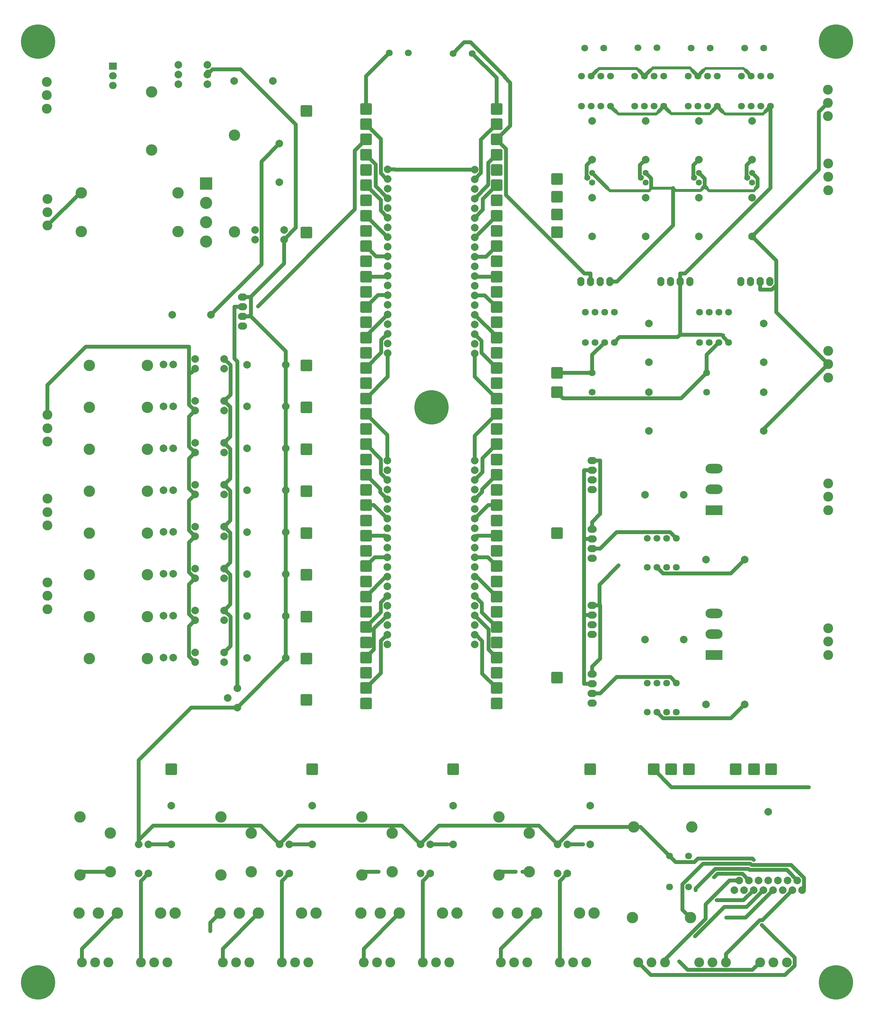
<source format=gbr>
%TF.GenerationSoftware,KiCad,Pcbnew,9.0.3*%
%TF.CreationDate,2025-10-23T08:59:57-06:00*%
%TF.ProjectId,PCB_HORNO,5043425f-484f-4524-9e4f-2e6b69636164,rev?*%
%TF.SameCoordinates,Original*%
%TF.FileFunction,Copper,L2,Bot*%
%TF.FilePolarity,Positive*%
%FSLAX46Y46*%
G04 Gerber Fmt 4.6, Leading zero omitted, Abs format (unit mm)*
G04 Created by KiCad (PCBNEW 9.0.3) date 2025-10-23 08:59:57*
%MOMM*%
%LPD*%
G01*
G04 APERTURE LIST*
G04 Aperture macros list*
%AMRoundRect*
0 Rectangle with rounded corners*
0 $1 Rounding radius*
0 $2 $3 $4 $5 $6 $7 $8 $9 X,Y pos of 4 corners*
0 Add a 4 corners polygon primitive as box body*
4,1,4,$2,$3,$4,$5,$6,$7,$8,$9,$2,$3,0*
0 Add four circle primitives for the rounded corners*
1,1,$1+$1,$2,$3*
1,1,$1+$1,$4,$5*
1,1,$1+$1,$6,$7*
1,1,$1+$1,$8,$9*
0 Add four rect primitives between the rounded corners*
20,1,$1+$1,$2,$3,$4,$5,0*
20,1,$1+$1,$4,$5,$6,$7,0*
20,1,$1+$1,$6,$7,$8,$9,0*
20,1,$1+$1,$8,$9,$2,$3,0*%
G04 Aperture macros list end*
%TA.AperFunction,ComponentPad*%
%ADD10RoundRect,0.288462X1.211538X-1.211538X1.211538X1.211538X-1.211538X1.211538X-1.211538X-1.211538X0*%
%TD*%
%TA.AperFunction,ComponentPad*%
%ADD11C,2.000000*%
%TD*%
%TA.AperFunction,ComponentPad*%
%ADD12C,1.800000*%
%TD*%
%TA.AperFunction,ComponentPad*%
%ADD13C,9.000000*%
%TD*%
%TA.AperFunction,ComponentPad*%
%ADD14C,2.600000*%
%TD*%
%TA.AperFunction,ComponentPad*%
%ADD15R,3.200000X3.200000*%
%TD*%
%TA.AperFunction,ComponentPad*%
%ADD16C,3.200000*%
%TD*%
%TA.AperFunction,ComponentPad*%
%ADD17RoundRect,0.288462X-1.211538X-1.211538X1.211538X-1.211538X1.211538X1.211538X-1.211538X1.211538X0*%
%TD*%
%TA.AperFunction,ComponentPad*%
%ADD18C,3.000000*%
%TD*%
%TA.AperFunction,ComponentPad*%
%ADD19O,2.400000X1.900000*%
%TD*%
%TA.AperFunction,ComponentPad*%
%ADD20O,1.900000X2.400000*%
%TD*%
%TA.AperFunction,ComponentPad*%
%ADD21RoundRect,0.288462X1.211538X1.211538X-1.211538X1.211538X-1.211538X-1.211538X1.211538X-1.211538X0*%
%TD*%
%TA.AperFunction,ComponentPad*%
%ADD22R,4.500000X2.500000*%
%TD*%
%TA.AperFunction,ComponentPad*%
%ADD23O,4.500000X2.500000*%
%TD*%
%TA.AperFunction,ComponentPad*%
%ADD24R,2.000000X1.905000*%
%TD*%
%TA.AperFunction,ComponentPad*%
%ADD25O,2.000000X1.905000*%
%TD*%
%TA.AperFunction,ComponentPad*%
%ADD26C,1.600000*%
%TD*%
%TA.AperFunction,ViaPad*%
%ADD27C,0.800000*%
%TD*%
%TA.AperFunction,Conductor*%
%ADD28C,1.000000*%
%TD*%
%TA.AperFunction,Conductor*%
%ADD29C,0.800000*%
%TD*%
%TA.AperFunction,Conductor*%
%ADD30C,0.700000*%
%TD*%
G04 APERTURE END LIST*
D10*
%TO.P,PX62,1,Pin_1*%
%TO.N,Net-(PX62-Pin_1)*%
X237000000Y-212000000D03*
%TD*%
D11*
%TO.P,R12,1*%
%TO.N,Net-(PS5-+Vout)*%
X107900000Y-47740000D03*
%TO.P,R12,2*%
%TO.N,Net-(PX54-Pin_1)*%
X107900000Y-57900000D03*
%TD*%
D12*
%TO.P,U12,1,NULL*%
%TO.N,unconnected-(U12-NULL-Pad1)*%
X229190000Y-37970000D03*
%TO.P,U12,2,-*%
%TO.N,Net-(U12--)*%
X231730000Y-37970000D03*
%TO.P,U12,3,+*%
%TO.N,Net-(J0_6-Pin_1)*%
X234270000Y-37970000D03*
%TO.P,U12,4,V-*%
%TO.N,Net-(PS7--Vout)*%
X236810000Y-37970000D03*
%TO.P,U12,5,NULL*%
%TO.N,unconnected-(U12-NULL-Pad5)*%
X236810000Y-30030000D03*
%TO.P,U12,6*%
%TO.N,Net-(U12--)*%
X234270000Y-30030000D03*
%TO.P,U12,7,V+*%
%TO.N,Net-(PS6-+Vout)*%
X231730000Y-30030000D03*
%TO.P,U12,8,NC*%
%TO.N,unconnected-(U12-NC-Pad8)*%
X229190000Y-30030000D03*
%TD*%
D13*
%TO.P,H4,1*%
%TO.N,N/C*%
X44500000Y-268000000D03*
%TD*%
D11*
%TO.P,R22,1*%
%TO.N,Net-(J0_13-Pin_3)*%
X235000000Y-95000000D03*
%TO.P,R22,2*%
%TO.N,Net-(U17--)*%
X235000000Y-105160000D03*
%TD*%
D14*
%TO.P,J0_1,1,Pin_1*%
%TO.N,Net-(J0_1-Pin_1)*%
X47000000Y-119000000D03*
%TO.P,J0_1,2,Pin_2*%
%TO.N,Net-(J0_1-Pin_2)*%
X47000000Y-122500000D03*
%TO.P,J0_1,3,Pin_3*%
%TO.N,Net-(J0_1-Pin_3)*%
X47000000Y-126000000D03*
%TD*%
D15*
%TO.P,D10,1,+*%
%TO.N,Net-(D10-+)*%
X88600000Y-58260000D03*
D16*
%TO.P,D10,2*%
%TO.N,Net-(D10-Pad2)*%
X88600000Y-63340000D03*
%TO.P,D10,3*%
%TO.N,Net-(D10-Pad3)*%
X88600000Y-68420000D03*
%TO.P,D10,4,-*%
%TO.N,Net-(D10--)*%
X88600000Y-73500000D03*
%TD*%
D14*
%TO.P,J0_5,1,Pin_1*%
%TO.N,Net-(J0_5-Pin_1)*%
X252000000Y-60000000D03*
%TO.P,J0_5,2,Pin_2*%
%TO.N,Net-(J0_5-Pin_2)*%
X252000000Y-56500000D03*
%TO.P,J0_5,3,Pin_3*%
%TO.N,Net-(J0_5-Pin_3)*%
X252000000Y-53000000D03*
%TD*%
D17*
%TO.P,PX48,1,Pin_1*%
%TO.N,Net-(PX48-Pin_1)*%
X115000000Y-128000000D03*
%TD*%
D18*
%TO.P,D12,1,K*%
%TO.N,Net-(D12-K)*%
X137500000Y-228767500D03*
%TO.P,D12,2,A*%
%TO.N,Net-(D12-A)*%
X137500000Y-238927500D03*
%TD*%
D10*
%TO.P,PX69,1,Pin_1*%
%TO.N,Net-(PX69-Pin_1)*%
X79500000Y-212000000D03*
%TD*%
D17*
%TO.P,P18,1,Pin_1*%
%TO.N,Net-(J1-Pin_12)*%
X130600000Y-82700000D03*
%TD*%
%TO.P,P22,1,Pin_1*%
%TO.N,Net-(J1-Pin_9)*%
X130600000Y-70700000D03*
%TD*%
D18*
%TO.P,R40,1*%
%TO.N,Net-(GND1-Pin_1)*%
X200560000Y-251000000D03*
%TO.P,R40,2*%
%TO.N,Net-(U20-SENSE_B)*%
X215800000Y-251000000D03*
%TD*%
D11*
%TO.P,R15,1*%
%TO.N,Net-(Q2-B)*%
X204000000Y-52000000D03*
%TO.P,R15,2*%
%TO.N,Net-(U10--)*%
X204000000Y-41840000D03*
%TD*%
%TO.P,U20,*%
%TO.N,*%
X236220000Y-223200000D03*
%TO.P,U20,1,SENSE_A*%
%TO.N,Net-(U20-SENSE_A)*%
X227330000Y-243740000D03*
%TO.P,U20,2,OUT1*%
%TO.N,Net-(J0_9-Pin_3)*%
X228600000Y-241200000D03*
%TO.P,U20,3,OUT2*%
%TO.N,Net-(J0_9-Pin_1)*%
X229870000Y-243740000D03*
%TO.P,U20,4,Vs*%
%TO.N,Net-(J0_16-Pin_2)*%
X231140000Y-241200000D03*
%TO.P,U20,5,IN1*%
%TO.N,Net-(PX113-Pin_1)*%
X232410000Y-243740000D03*
%TO.P,U20,6,EnA*%
%TO.N,Net-(PX55-Pin_1)*%
X233680000Y-241200000D03*
%TO.P,U20,7,IN2*%
%TO.N,Net-(PX112-Pin_1)*%
X234950000Y-243740000D03*
%TO.P,U20,8,GND*%
%TO.N,Net-(GND1-Pin_1)*%
X236220000Y-241200000D03*
%TO.P,U20,9,Vss*%
%TO.N,Net-(J0_16-Pin_3)*%
X237490000Y-243740000D03*
%TO.P,U20,10,IN3*%
%TO.N,Net-(PX111-Pin_1)*%
X238760000Y-241200000D03*
%TO.P,U20,11,EnB*%
%TO.N,Net-(PX45-Pin_1)*%
X240030000Y-243740000D03*
%TO.P,U20,12,IN4*%
%TO.N,Net-(PX62-Pin_1)*%
X241300000Y-241200000D03*
%TO.P,U20,13,OUT3*%
%TO.N,Net-(J0_10-Pin_3)*%
X242570000Y-243740000D03*
%TO.P,U20,14,OUT4*%
%TO.N,Net-(J0_10-Pin_1)*%
X243840000Y-241200000D03*
%TO.P,U20,15,SENSE_B*%
%TO.N,Net-(U20-SENSE_B)*%
X245110000Y-243740000D03*
%TD*%
%TO.P,U8,1*%
%TO.N,Net-(D8-K)*%
X85795000Y-181325000D03*
%TO.P,U8,2*%
%TO.N,Net-(J0_1-Pin_1)*%
X85795000Y-183865000D03*
%TO.P,U8,3*%
%TO.N,Net-(PX53-Pin_1)*%
X93415000Y-183865000D03*
%TO.P,U8,4*%
%TO.N,Net-(R49-Pad2)*%
X93415000Y-181325000D03*
%TD*%
%TO.P,R7,1*%
%TO.N,Net-(PX52-Pin_1)*%
X99420000Y-171800000D03*
%TO.P,R7,2*%
%TO.N,Net-(GND1-Pin_1)*%
X109580000Y-171800000D03*
%TD*%
D18*
%TO.P,R13,1*%
%TO.N,Net-(R13-Pad1)*%
X74295000Y-49440000D03*
%TO.P,R13,2*%
%TO.N,Net-(J0_7-Pin_3)*%
X74295000Y-34200000D03*
%TD*%
D10*
%TO.P,PX45,1,Pin_1*%
%TO.N,Net-(PX45-Pin_1)*%
X206120000Y-212000000D03*
%TD*%
D18*
%TO.P,R28,1*%
%TO.N,Net-(J0_1-Pin_2)*%
X58000000Y-106000000D03*
%TO.P,R28,2*%
%TO.N,Net-(D1-A)*%
X73240000Y-106000000D03*
%TD*%
%TO.P,R33,1*%
%TO.N,Net-(J0_3-Pin_1)*%
X58000000Y-161000000D03*
%TO.P,R33,2*%
%TO.N,Net-(D6-A)*%
X73240000Y-161000000D03*
%TD*%
D10*
%TO.P,PX72,1,Pin_1*%
%TO.N,Net-(PX72-Pin_1)*%
X189500000Y-212000000D03*
%TD*%
D12*
%TO.P,C3,1*%
%TO.N,Net-(J0_6-Pin_1)*%
X235000000Y-22677500D03*
%TO.P,C3,2*%
%TO.N,Net-(GND1-Pin_1)*%
X230000000Y-22677500D03*
%TD*%
D17*
%TO.P,PX33,1,Pin_1*%
%TO.N,Net-(J3-Pin_11)*%
X164900000Y-154700000D03*
%TD*%
%TO.P,P34,1,Pin_1*%
%TO.N,Net-(J4-Pin_13)*%
X164900000Y-66700000D03*
%TD*%
D11*
%TO.P,D7,1,K*%
%TO.N,Net-(D7-K)*%
X80000000Y-171740000D03*
%TO.P,D7,2,A*%
%TO.N,Net-(D7-A)*%
X77460000Y-171740000D03*
%TD*%
D17*
%TO.P,PX50,1,Pin_1*%
%TO.N,Net-(PX50-Pin_1)*%
X115000000Y-150000000D03*
%TD*%
D14*
%TO.P,J0_3,1,Pin_1*%
%TO.N,Net-(J0_3-Pin_1)*%
X47000000Y-163000000D03*
%TO.P,J0_3,2,Pin_2*%
%TO.N,Net-(J0_3-Pin_2)*%
X47000000Y-166500000D03*
%TO.P,J0_3,3,Pin_3*%
%TO.N,Net-(J0_3-Pin_3)*%
X47000000Y-170000000D03*
%TD*%
D17*
%TO.P,P26,1,Pin_1*%
%TO.N,Net-(J4-Pin_8)*%
X164900000Y-86700000D03*
%TD*%
D19*
%TO.P,PS1,1,-Vin*%
%TO.N,Net-(GND1-Pin_1)*%
X190000000Y-169000000D03*
%TO.P,PS1,2,+Vin*%
%TO.N,Net-(5Vb1-Pin_1)*%
X190000000Y-171540000D03*
%TO.P,PS1,3,-Vout*%
%TO.N,Net-(J0_18-Pin_3)*%
X190000000Y-174080000D03*
%TO.P,PS1,4,+Vout*%
%TO.N,Net-(PS1-+Vout)*%
X190000000Y-176620000D03*
%TD*%
D17*
%TO.P,3V3a1,1,Pin_1*%
%TO.N,Net-(3V3a1-Pin_1)*%
X130600000Y-46700000D03*
%TD*%
%TO.P,P0,1,Pin_1*%
%TO.N,Net-(J1-Pin_8)*%
X130600000Y-66700000D03*
%TD*%
%TO.P,PX12,1,Pin_1*%
%TO.N,Net-(J2-Pin_10)*%
X130600000Y-154700000D03*
%TD*%
D11*
%TO.P,D6,1,K*%
%TO.N,Net-(D6-K)*%
X80000000Y-160740000D03*
%TO.P,D6,2,A*%
%TO.N,Net-(D6-A)*%
X77460000Y-160740000D03*
%TD*%
D17*
%TO.P,PX27,1,Pin_1*%
%TO.N,Net-(J3-Pin_5)*%
X164900000Y-178700000D03*
%TD*%
D11*
%TO.P,J2,1,Pin_1*%
%TO.N,Net-(J2-Pin_1)*%
X136200000Y-130980000D03*
%TO.P,J2,2,Pin_2*%
%TO.N,Net-(J2-Pin_2)*%
X136200000Y-133520000D03*
%TO.P,J2,3,Pin_3*%
%TO.N,Net-(J2-Pin_3)*%
X136200000Y-136060000D03*
%TO.P,J2,4,Pin_4*%
%TO.N,Net-(J2-Pin_4)*%
X136200000Y-138600000D03*
%TO.P,J2,5,Pin_5*%
%TO.N,Net-(J2-Pin_5)*%
X136200000Y-141140000D03*
%TO.P,J2,6,Pin_6*%
%TO.N,Net-(J2-Pin_6)*%
X136200000Y-143680000D03*
%TO.P,J2,7,Pin_7*%
%TO.N,Net-(J2-Pin_7)*%
X136200000Y-146220000D03*
%TO.P,J2,8,Pin_8*%
%TO.N,Net-(J2-Pin_8)*%
X136200000Y-148760000D03*
%TO.P,J2,9,Pin_9*%
%TO.N,Net-(J2-Pin_9)*%
X136200000Y-151300000D03*
%TO.P,J2,10,Pin_10*%
%TO.N,Net-(J2-Pin_10)*%
X136200000Y-153840000D03*
%TO.P,J2,11,Pin_11*%
%TO.N,Net-(J2-Pin_11)*%
X136200000Y-156380000D03*
%TO.P,J2,12,Pin_12*%
%TO.N,Net-(J2-Pin_12)*%
X136200000Y-158920000D03*
%TO.P,J2,13,Pin_13*%
%TO.N,Net-(J2-Pin_13)*%
X136200000Y-161460000D03*
%TO.P,J2,14,Pin_14*%
%TO.N,Net-(J2-Pin_14)*%
X136200000Y-164000000D03*
%TO.P,J2,15,Pin_15*%
%TO.N,Net-(J2-Pin_15)*%
X136200000Y-166540000D03*
%TO.P,J2,16,Pin_16*%
%TO.N,Net-(J2-Pin_16)*%
X136200000Y-169080000D03*
%TO.P,J2,17,Pin_17*%
%TO.N,Net-(J2-Pin_17)*%
X136200000Y-171620000D03*
%TO.P,J2,18,Pin_18*%
%TO.N,Net-(J2-Pin_18)*%
X136200000Y-174160000D03*
%TO.P,J2,19,Pin_19*%
%TO.N,Net-(J2-Pin_19)*%
X136200000Y-176700000D03*
%TO.P,J2,20,Pin_20*%
%TO.N,Net-(J2-Pin_20)*%
X136200000Y-179240000D03*
%TD*%
%TO.P,R16,1*%
%TO.N,Net-(Q3-B)*%
X218000000Y-52000000D03*
%TO.P,R16,2*%
%TO.N,Net-(U11--)*%
X218000000Y-41840000D03*
%TD*%
D17*
%TO.P,PX26,1,Pin_1*%
%TO.N,Net-(J3-Pin_4)*%
X164900000Y-182700000D03*
%TD*%
%TO.P,PX39,1,Pin_1*%
%TO.N,Net-(J3-Pin_17)*%
X164900000Y-130700000D03*
%TD*%
D11*
%TO.P,R49,1*%
%TO.N,Net-(PS5-+Vout)*%
X89945000Y-92735000D03*
%TO.P,R49,2*%
%TO.N,Net-(R49-Pad2)*%
X79785000Y-92735000D03*
%TD*%
D17*
%TO.P,P5,1,Pin_1*%
%TO.N,Net-(J1-Pin_13)*%
X130600000Y-86700000D03*
%TD*%
D20*
%TO.P,PS6,1,-Vin*%
%TO.N,Net-(GND1-Pin_1)*%
X229000000Y-84000000D03*
%TO.P,PS6,2,+Vin*%
%TO.N,Net-(5Vb1-Pin_1)*%
X231540000Y-84000000D03*
%TO.P,PS6,3,-Vout*%
%TO.N,Net-(GND1-Pin_1)*%
X234080000Y-84000000D03*
%TO.P,PS6,4,+Vout*%
%TO.N,Net-(PS6-+Vout)*%
X236620000Y-84000000D03*
%TD*%
D21*
%TO.P,PX124,1,Pin_1*%
%TO.N,Net-(PX124-Pin_1)*%
X180760000Y-57100000D03*
%TD*%
D11*
%TO.P,U14,1*%
%TO.N,Net-(R11-Pad2)*%
X101495000Y-70425000D03*
%TO.P,U14,2*%
%TO.N,Net-(D10--)*%
X101495000Y-72965000D03*
%TO.P,U14,3*%
%TO.N,Net-(GND1-Pin_1)*%
X109115000Y-72965000D03*
%TO.P,U14,4*%
%TO.N,Net-(PX54-Pin_1)*%
X109115000Y-70425000D03*
%TD*%
%TO.P,D2,1,K*%
%TO.N,Net-(D2-K)*%
X80000000Y-116740000D03*
%TO.P,D2,2,A*%
%TO.N,Net-(D2-A)*%
X77460000Y-116740000D03*
%TD*%
D12*
%TO.P,U11,1,NULL*%
%TO.N,unconnected-(U11-NULL-Pad1)*%
X215190000Y-37970000D03*
%TO.P,U11,2,-*%
%TO.N,Net-(U11--)*%
X217730000Y-37970000D03*
%TO.P,U11,3,+*%
%TO.N,Net-(J0_5-Pin_3)*%
X220270000Y-37970000D03*
%TO.P,U11,4,V-*%
%TO.N,Net-(PS7--Vout)*%
X222810000Y-37970000D03*
%TO.P,U11,5,NULL*%
%TO.N,unconnected-(U11-NULL-Pad5)*%
X222810000Y-30030000D03*
%TO.P,U11,6*%
%TO.N,Net-(U11--)*%
X220270000Y-30030000D03*
%TO.P,U11,7,V+*%
%TO.N,Net-(PS6-+Vout)*%
X217730000Y-30030000D03*
%TO.P,U11,8,NC*%
%TO.N,unconnected-(U11-NC-Pad8)*%
X215190000Y-30030000D03*
%TD*%
%TO.P,C8,1*%
%TO.N,Net-(PX118-Pin_1)*%
X220000000Y-108000000D03*
%TO.P,C8,2*%
%TO.N,Net-(GND1-Pin_1)*%
X220000000Y-113000000D03*
%TD*%
D10*
%TO.P,PX67,1,Pin_1*%
%TO.N,Net-(PX67-Pin_1)*%
X153500000Y-212000000D03*
%TD*%
D11*
%TO.P,U1,1*%
%TO.N,Net-(D1-K)*%
X85795000Y-104325000D03*
%TO.P,U1,2*%
%TO.N,Net-(J0_1-Pin_1)*%
X85795000Y-106865000D03*
%TO.P,U1,3*%
%TO.N,Net-(PX46-Pin_1)*%
X93415000Y-106865000D03*
%TO.P,U1,4*%
%TO.N,Net-(R49-Pad2)*%
X93415000Y-104325000D03*
%TD*%
D22*
%TO.P,Q7,1,G*%
%TO.N,Net-(Q7-G)*%
X222000000Y-144000000D03*
D23*
%TO.P,Q7,2,C*%
%TO.N,Net-(J0_14-Pin_1)*%
X222000000Y-138550000D03*
%TO.P,Q7,3,E*%
%TO.N,Net-(J0_14-Pin_3)*%
X222000000Y-133100000D03*
%TD*%
D17*
%TO.P,PX3,1,Pin_1*%
%TO.N,Net-(J2-Pin_1)*%
X130600000Y-118700000D03*
%TD*%
D11*
%TO.P,U4,1*%
%TO.N,Net-(D4-K)*%
X85795000Y-137325000D03*
%TO.P,U4,2*%
%TO.N,Net-(J0_1-Pin_1)*%
X85795000Y-139865000D03*
%TO.P,U4,3*%
%TO.N,Net-(PX49-Pin_1)*%
X93415000Y-139865000D03*
%TO.P,U4,4*%
%TO.N,Net-(R49-Pad2)*%
X93415000Y-137325000D03*
%TD*%
D12*
%TO.P,U9,1,NULL*%
%TO.N,unconnected-(U9-NULL-Pad1)*%
X187187500Y-37970000D03*
%TO.P,U9,2,-*%
%TO.N,Net-(U9--)*%
X189727500Y-37970000D03*
%TO.P,U9,3,+*%
%TO.N,Net-(J0_5-Pin_1)*%
X192267500Y-37970000D03*
%TO.P,U9,4,V-*%
%TO.N,Net-(PS7--Vout)*%
X194807500Y-37970000D03*
%TO.P,U9,5,NULL*%
%TO.N,unconnected-(U9-NULL-Pad5)*%
X194807500Y-30030000D03*
%TO.P,U9,6*%
%TO.N,Net-(U9--)*%
X192267500Y-30030000D03*
%TO.P,U9,7,V+*%
%TO.N,Net-(PS6-+Vout)*%
X189727500Y-30030000D03*
%TO.P,U9,8,NC*%
%TO.N,unconnected-(U9-NC-Pad8)*%
X187187500Y-30030000D03*
%TD*%
D18*
%TO.P,R31,1*%
%TO.N,Net-(J0_2-Pin_2)*%
X58000000Y-139000000D03*
%TO.P,R31,2*%
%TO.N,Net-(D4-A)*%
X73240000Y-139000000D03*
%TD*%
D17*
%TO.P,PX49,1,Pin_1*%
%TO.N,Net-(PX49-Pin_1)*%
X115000000Y-139000000D03*
%TD*%
D18*
%TO.P,R39,1*%
%TO.N,Net-(GND1-Pin_1)*%
X200900000Y-227200000D03*
%TO.P,R39,2*%
%TO.N,Net-(U20-SENSE_A)*%
X216140000Y-227200000D03*
%TD*%
%TO.P,R45,1*%
%TO.N,Net-(D12-A)*%
X129500000Y-239767500D03*
%TO.P,R45,2*%
%TO.N,Net-(D12-K)*%
X129500000Y-224527500D03*
%TD*%
D17*
%TO.P,PX29,1,Pin_1*%
%TO.N,Net-(J3-Pin_7)*%
X164900000Y-170700000D03*
%TD*%
D12*
%TO.P,U19,1,NC*%
%TO.N,unconnected-(U19-NC-Pad1)*%
X204500000Y-159000000D03*
%TO.P,U19,2,A*%
%TO.N,Net-(U19-A)*%
X207040000Y-159000000D03*
%TO.P,U19,3,C*%
%TO.N,Net-(GND1-Pin_1)*%
X209580000Y-159000000D03*
%TO.P,U19,4,NC*%
%TO.N,unconnected-(U19-NC-Pad4)*%
X212120000Y-159000000D03*
%TO.P,U19,5,VEE*%
%TO.N,Net-(PS3--Vout)*%
X212120000Y-151380000D03*
%TO.P,U19,6,VO*%
%TO.N,unconnected-(U19-VO-Pad6)*%
X209580000Y-151380000D03*
%TO.P,U19,7,VO*%
%TO.N,Net-(R25-Pad2)*%
X207040000Y-151380000D03*
%TO.P,U19,8,VCC*%
%TO.N,Net-(PS4-+Vout)*%
X204500000Y-151380000D03*
%TD*%
D18*
%TO.P,R10,1*%
%TO.N,Net-(J0_8-Pin_3)*%
X55900000Y-60700000D03*
%TO.P,R10,2*%
%TO.N,Net-(D10-Pad2)*%
X81300000Y-60700000D03*
%TD*%
%TO.P,R43,1*%
%TO.N,Net-(D11-A)*%
X92500000Y-239767500D03*
%TO.P,R43,2*%
%TO.N,Net-(D11-K)*%
X92500000Y-224527500D03*
%TD*%
D24*
%TO.P,Q5,1,A1*%
%TO.N,Net-(J0_7-Pin_1)*%
X64180000Y-27420000D03*
D25*
%TO.P,Q5,2,A2*%
%TO.N,Net-(J0_7-Pin_3)*%
X64180000Y-29960000D03*
%TO.P,Q5,3,G*%
%TO.N,Net-(Q5-G)*%
X64180000Y-32500000D03*
%TD*%
D17*
%TO.P,PX28,1,Pin_1*%
%TO.N,Net-(J3-Pin_6)*%
X164900000Y-174700000D03*
%TD*%
D14*
%TO.P,J0_13,1,Pin_1*%
%TO.N,Net-(J0_13-Pin_1)*%
X252000000Y-109200000D03*
%TO.P,J0_13,2,Pin_2*%
%TO.N,Net-(GND1-Pin_1)*%
X252000000Y-105700000D03*
%TO.P,J0_13,3,Pin_3*%
%TO.N,Net-(J0_13-Pin_3)*%
X252000000Y-102200000D03*
%TD*%
%TO.P,J0_25,1,Pin_1*%
%TO.N,Net-(J0_25-Pin_1)*%
X166000000Y-262767500D03*
%TO.P,J0_25,2,Pin_2*%
%TO.N,Net-(J0_25-Pin_2)*%
X169500000Y-262767500D03*
%TO.P,J0_25,3,Pin_3*%
%TO.N,Net-(J0_25-Pin_3)*%
X173000000Y-262767500D03*
%TD*%
D17*
%TO.P,P17,1,Pin_1*%
%TO.N,Net-(J1-Pin_17)*%
X130600000Y-102700000D03*
%TD*%
D11*
%TO.P,D8,1,K*%
%TO.N,Net-(D8-K)*%
X80000000Y-182740000D03*
%TO.P,D8,2,A*%
%TO.N,Net-(D8-A)*%
X77460000Y-182740000D03*
%TD*%
%TO.P,J3,1,Pin_1*%
%TO.N,Net-(J3-Pin_1)*%
X159160000Y-179260000D03*
%TO.P,J3,2,Pin_2*%
%TO.N,Net-(J3-Pin_2)*%
X159160000Y-176720000D03*
%TO.P,J3,3,Pin_3*%
%TO.N,Net-(J3-Pin_3)*%
X159160000Y-174180000D03*
%TO.P,J3,4,Pin_4*%
%TO.N,Net-(J3-Pin_4)*%
X159160000Y-171640000D03*
%TO.P,J3,5,Pin_5*%
%TO.N,Net-(J3-Pin_5)*%
X159160000Y-169100000D03*
%TO.P,J3,6,Pin_6*%
%TO.N,Net-(J3-Pin_6)*%
X159160000Y-166560000D03*
%TO.P,J3,7,Pin_7*%
%TO.N,Net-(J3-Pin_7)*%
X159160000Y-164020000D03*
%TO.P,J3,8,Pin_8*%
%TO.N,Net-(J3-Pin_8)*%
X159160000Y-161480000D03*
%TO.P,J3,9,Pin_9*%
%TO.N,Net-(J3-Pin_9)*%
X159160000Y-158940000D03*
%TO.P,J3,10,Pin_10*%
%TO.N,Net-(J3-Pin_10)*%
X159160000Y-156400000D03*
%TO.P,J3,11,Pin_11*%
%TO.N,Net-(J3-Pin_11)*%
X159160000Y-153860000D03*
%TO.P,J3,12,Pin_12*%
%TO.N,Net-(J3-Pin_12)*%
X159160000Y-151320000D03*
%TO.P,J3,13,Pin_13*%
%TO.N,Net-(J3-Pin_13)*%
X159160000Y-148780000D03*
%TO.P,J3,14,Pin_14*%
%TO.N,Net-(J3-Pin_14)*%
X159160000Y-146240000D03*
%TO.P,J3,15,Pin_15*%
%TO.N,Net-(J3-Pin_15)*%
X159160000Y-143700000D03*
%TO.P,J3,16,Pin_16*%
%TO.N,Net-(J3-Pin_16)*%
X159160000Y-141160000D03*
%TO.P,J3,17,Pin_17*%
%TO.N,Net-(J3-Pin_17)*%
X159160000Y-138620000D03*
%TO.P,J3,18,Pin_18*%
%TO.N,Net-(J3-Pin_18)*%
X159160000Y-136080000D03*
%TO.P,J3,19,Pin_19*%
%TO.N,Net-(J3-Pin_19)*%
X159160000Y-133540000D03*
%TO.P,J3,20,Pin_20*%
%TO.N,Net-(J3-Pin_20)*%
X159160000Y-131000000D03*
%TD*%
D18*
%TO.P,R11,1*%
%TO.N,Net-(D10-+)*%
X96100000Y-45600000D03*
%TO.P,R11,2*%
%TO.N,Net-(R11-Pad2)*%
X96100000Y-71000000D03*
%TD*%
D11*
%TO.P,J1,1,Pin_1*%
%TO.N,Net-(GND1-Pin_1)*%
X136300000Y-54500000D03*
%TO.P,J1,2,Pin_2*%
%TO.N,Net-(5Va1-Pin_1)*%
X136300000Y-57040000D03*
%TO.P,J1,3,Pin_3*%
%TO.N,Net-(3V3a1-Pin_1)*%
X136300000Y-59580000D03*
%TO.P,J1,4,Pin_4*%
%TO.N,Net-(GND2-Pin_1)*%
X136300000Y-62120000D03*
%TO.P,J1,5,Pin_5*%
%TO.N,Net-(J1-Pin_5)*%
X136300000Y-64660000D03*
%TO.P,J1,6,Pin_6*%
%TO.N,Net-(J1-Pin_6)*%
X136300000Y-67200000D03*
%TO.P,J1,7,Pin_7*%
%TO.N,Net-(J1-Pin_7)*%
X136300000Y-69740000D03*
%TO.P,J1,8,Pin_8*%
%TO.N,Net-(J1-Pin_8)*%
X136300000Y-72280000D03*
%TO.P,J1,9,Pin_9*%
%TO.N,Net-(J1-Pin_9)*%
X136300000Y-74820000D03*
%TO.P,J1,10,Pin_10*%
%TO.N,Net-(J1-Pin_10)*%
X136300000Y-77360000D03*
%TO.P,J1,11,Pin_11*%
%TO.N,Net-(J1-Pin_11)*%
X136300000Y-79900000D03*
%TO.P,J1,12,Pin_12*%
%TO.N,Net-(J1-Pin_12)*%
X136300000Y-82440000D03*
%TO.P,J1,13,Pin_13*%
%TO.N,Net-(J1-Pin_13)*%
X136300000Y-84980000D03*
%TO.P,J1,14,Pin_14*%
%TO.N,Net-(J1-Pin_14)*%
X136300000Y-87520000D03*
%TO.P,J1,15,Pin_15*%
%TO.N,Net-(J1-Pin_15)*%
X136300000Y-90060000D03*
%TO.P,J1,16,Pin_16*%
%TO.N,Net-(J1-Pin_16)*%
X136300000Y-92600000D03*
%TO.P,J1,17,Pin_17*%
%TO.N,Net-(J1-Pin_17)*%
X136300000Y-95140000D03*
%TO.P,J1,18,Pin_18*%
%TO.N,Net-(J1-Pin_18)*%
X136300000Y-97680000D03*
%TO.P,J1,19,Pin_19*%
%TO.N,Net-(J1-Pin_19)*%
X136300000Y-100220000D03*
%TO.P,J1,20,Pin_20*%
%TO.N,Net-(J1-Pin_20)*%
X136300000Y-102760000D03*
%TD*%
%TO.P,R38,1*%
%TO.N,Net-(PX124-Pin_1)*%
X190000000Y-62000000D03*
%TO.P,R38,2*%
%TO.N,Net-(GND1-Pin_1)*%
X190000000Y-72160000D03*
%TD*%
D17*
%TO.P,GND3,1,Pin_1*%
%TO.N,Net-(GND1-Pin_1)*%
X164900000Y-38700000D03*
%TD*%
%TO.P,PX25,1,Pin_1*%
%TO.N,Net-(J3-Pin_3)*%
X164900000Y-186700000D03*
%TD*%
%TO.P,P32,1,Pin_1*%
%TO.N,Net-(J4-Pin_11)*%
X164900000Y-74700000D03*
%TD*%
D11*
%TO.P,R1,1*%
%TO.N,Net-(PX46-Pin_1)*%
X99420000Y-105800000D03*
%TO.P,R1,2*%
%TO.N,Net-(GND1-Pin_1)*%
X109580000Y-105800000D03*
%TD*%
D17*
%TO.P,PX38,1,Pin_1*%
%TO.N,Net-(J3-Pin_16)*%
X164900000Y-134700000D03*
%TD*%
D11*
%TO.P,R41,1*%
%TO.N,Net-(R41-Pad1)*%
X79500000Y-231767500D03*
%TO.P,R41,2*%
%TO.N,Net-(PX69-Pin_1)*%
X79500000Y-221607500D03*
%TD*%
D17*
%TO.P,PX5,1,Pin_1*%
%TO.N,Net-(J2-Pin_3)*%
X130600000Y-126700000D03*
%TD*%
%TO.P,P21,1,Pin_1*%
%TO.N,Net-(J4-Pin_3)*%
X164900000Y-106700000D03*
%TD*%
D11*
%TO.P,R36,1*%
%TO.N,Net-(PX122-Pin_1)*%
X218000000Y-62000000D03*
%TO.P,R36,2*%
%TO.N,Net-(GND1-Pin_1)*%
X218000000Y-72160000D03*
%TD*%
D19*
%TO.P,PS4,1,-Vin*%
%TO.N,Net-(GND1-Pin_1)*%
X190000000Y-131000000D03*
%TO.P,PS4,2,+Vin*%
%TO.N,Net-(5Vb1-Pin_1)*%
X190000000Y-133540000D03*
%TO.P,PS4,3,-Vout*%
%TO.N,Net-(J0_14-Pin_3)*%
X190000000Y-136080000D03*
%TO.P,PS4,4,+Vout*%
%TO.N,Net-(PS4-+Vout)*%
X190000000Y-138620000D03*
%TD*%
D11*
%TO.P,R26,1*%
%TO.N,Net-(U19-A)*%
X230000000Y-157000000D03*
%TO.P,R26,2*%
%TO.N,Net-(PX80-Pin_1)*%
X219840000Y-157000000D03*
%TD*%
D17*
%TO.P,P38,1,Pin_1*%
%TO.N,Net-(J4-Pin_15)*%
X164900000Y-58700000D03*
%TD*%
%TO.P,PX17,1,Pin_1*%
%TO.N,Net-(J2-Pin_15)*%
X130600000Y-174700000D03*
%TD*%
D14*
%TO.P,J0_20,1,Pin_1*%
%TO.N,Net-(J0_20-Pin_1)*%
X71500000Y-262767500D03*
%TO.P,J0_20,2,Pin_2*%
%TO.N,unconnected-(J0_20-Pin_2-Pad2)*%
X75000000Y-262767500D03*
%TO.P,J0_20,3,Pin_3*%
%TO.N,Net-(D9-A)*%
X78500000Y-262767500D03*
%TD*%
D17*
%TO.P,PX37,1,Pin_1*%
%TO.N,Net-(J3-Pin_15)*%
X164900000Y-138700000D03*
%TD*%
D12*
%TO.P,C6,1*%
%TO.N,Net-(J0_5-Pin_1)*%
X193000000Y-22677500D03*
%TO.P,C6,2*%
%TO.N,Net-(GND1-Pin_1)*%
X188000000Y-22677500D03*
%TD*%
D17*
%TO.P,PX51,1,Pin_1*%
%TO.N,Net-(PX51-Pin_1)*%
X115000000Y-161000000D03*
%TD*%
D21*
%TO.P,PX80,1,Pin_1*%
%TO.N,Net-(PX80-Pin_1)*%
X180760000Y-150000000D03*
%TD*%
D17*
%TO.P,P12,1,Pin_1*%
%TO.N,Net-(J4-Pin_5)*%
X164900000Y-98700000D03*
%TD*%
D26*
%TO.P,Q1,1,E*%
%TO.N,Net-(PX124-Pin_1)*%
X190000000Y-58000000D03*
%TO.P,Q1,2,B*%
%TO.N,Net-(Q1-B)*%
X188730000Y-56730000D03*
%TO.P,Q1,3,C*%
%TO.N,Net-(PS8-+Vout)*%
X190000000Y-55460000D03*
%TD*%
D17*
%TO.P,PX7,1,Pin_1*%
%TO.N,Net-(J2-Pin_5)*%
X130600000Y-134700000D03*
%TD*%
%TO.P,TX1,1,Pin_1*%
%TO.N,Net-(J1-Pin_6)*%
X130600000Y-58700000D03*
%TD*%
D18*
%TO.P,R29,1*%
%TO.N,Net-(J0_1-Pin_3)*%
X58000000Y-117000000D03*
%TO.P,R29,2*%
%TO.N,Net-(D2-A)*%
X73240000Y-117000000D03*
%TD*%
D11*
%TO.P,R5,1*%
%TO.N,Net-(PX50-Pin_1)*%
X99420000Y-149800000D03*
%TO.P,R5,2*%
%TO.N,Net-(GND1-Pin_1)*%
X109580000Y-149800000D03*
%TD*%
D18*
%TO.P,R42,1*%
%TO.N,Net-(D9-A)*%
X55500000Y-239767500D03*
%TO.P,R42,2*%
%TO.N,Net-(D9-K)*%
X55500000Y-224527500D03*
%TD*%
D12*
%TO.P,C1,1*%
%TO.N,Net-(3V3a1-Pin_1)*%
X141700000Y-24000000D03*
%TO.P,C1,2*%
%TO.N,Net-(GND1-Pin_1)*%
X136700000Y-24000000D03*
%TD*%
D17*
%TO.P,PX47,1,Pin_1*%
%TO.N,Net-(PX47-Pin_1)*%
X115000000Y-117000000D03*
%TD*%
D13*
%TO.P,H3,1*%
%TO.N,N/C*%
X254000000Y-268000000D03*
%TD*%
D18*
%TO.P,R47,1*%
%TO.N,Net-(D13-A)*%
X165500000Y-239767500D03*
%TO.P,R47,2*%
%TO.N,Net-(D13-K)*%
X165500000Y-224527500D03*
%TD*%
D17*
%TO.P,RX1,1,Pin_1*%
%TO.N,Net-(J1-Pin_5)*%
X130600000Y-54700000D03*
%TD*%
D12*
%TO.P,U18,1,NULL*%
%TO.N,unconnected-(U18-NULL-Pad1)*%
X188190000Y-99970000D03*
%TO.P,U18,2,-*%
%TO.N,Net-(U18--)*%
X190730000Y-99970000D03*
%TO.P,U18,3,+*%
%TO.N,Net-(PX119-Pin_1)*%
X193270000Y-99970000D03*
%TO.P,U18,4,V-*%
%TO.N,Net-(PS7--Vout)*%
X195810000Y-99970000D03*
%TO.P,U18,5,NULL*%
%TO.N,unconnected-(U18-NULL-Pad5)*%
X195810000Y-92030000D03*
%TO.P,U18,6*%
%TO.N,Net-(J0_13-Pin_1)*%
X193270000Y-92030000D03*
%TO.P,U18,7,V+*%
%TO.N,Net-(PS6-+Vout)*%
X190730000Y-92030000D03*
%TO.P,U18,8,NC*%
%TO.N,unconnected-(U18-NC-Pad8)*%
X188190000Y-92030000D03*
%TD*%
D11*
%TO.P,U5,1*%
%TO.N,Net-(D5-K)*%
X85795000Y-148325000D03*
%TO.P,U5,2*%
%TO.N,Net-(J0_1-Pin_1)*%
X85795000Y-150865000D03*
%TO.P,U5,3*%
%TO.N,Net-(PX50-Pin_1)*%
X93415000Y-150865000D03*
%TO.P,U5,4*%
%TO.N,Net-(R49-Pad2)*%
X93415000Y-148325000D03*
%TD*%
D17*
%TO.P,PX30,1,Pin_1*%
%TO.N,Net-(J3-Pin_8)*%
X164900000Y-166700000D03*
%TD*%
D11*
%TO.P,J4,1,Pin_1*%
%TO.N,Net-(J4-Pin_1)*%
X159160000Y-102840000D03*
%TO.P,J4,2,Pin_2*%
%TO.N,Net-(J4-Pin_2)*%
X159160000Y-100300000D03*
%TO.P,J4,3,Pin_3*%
%TO.N,Net-(J4-Pin_3)*%
X159160000Y-97760000D03*
%TO.P,J4,4,Pin_4*%
%TO.N,Net-(J4-Pin_4)*%
X159160000Y-95220000D03*
%TO.P,J4,5,Pin_5*%
%TO.N,Net-(J4-Pin_5)*%
X159160000Y-92680000D03*
%TO.P,J4,6,Pin_6*%
%TO.N,Net-(J4-Pin_6)*%
X159160000Y-90140000D03*
%TO.P,J4,7,Pin_7*%
%TO.N,Net-(J4-Pin_7)*%
X159160000Y-87600000D03*
%TO.P,J4,8,Pin_8*%
%TO.N,Net-(J4-Pin_8)*%
X159160000Y-85060000D03*
%TO.P,J4,9,Pin_9*%
%TO.N,Net-(J4-Pin_9)*%
X159160000Y-82520000D03*
%TO.P,J4,10,Pin_10*%
%TO.N,Net-(J4-Pin_10)*%
X159160000Y-79980000D03*
%TO.P,J4,11,Pin_11*%
%TO.N,Net-(J4-Pin_11)*%
X159160000Y-77440000D03*
%TO.P,J4,12,Pin_12*%
%TO.N,Net-(J4-Pin_12)*%
X159160000Y-74900000D03*
%TO.P,J4,13,Pin_13*%
%TO.N,Net-(J4-Pin_13)*%
X159160000Y-72360000D03*
%TO.P,J4,14,Pin_14*%
%TO.N,Net-(J4-Pin_14)*%
X159160000Y-69820000D03*
%TO.P,J4,15,Pin_15*%
%TO.N,Net-(J4-Pin_15)*%
X159160000Y-67280000D03*
%TO.P,J4,16,Pin_16*%
%TO.N,Net-(J4-Pin_16)*%
X159160000Y-64740000D03*
%TO.P,J4,17,Pin_17*%
%TO.N,Net-(J4-Pin_17)*%
X159160000Y-62200000D03*
%TO.P,J4,18,Pin_18*%
%TO.N,Net-(3V3b1-Pin_1)*%
X159160000Y-59660000D03*
%TO.P,J4,19,Pin_19*%
%TO.N,Net-(5Vb1-Pin_1)*%
X159160000Y-57120000D03*
%TO.P,J4,20,Pin_20*%
%TO.N,Net-(GND1-Pin_1)*%
X159160000Y-54580000D03*
%TD*%
D17*
%TO.P,PX32,1,Pin_1*%
%TO.N,Net-(J3-Pin_10)*%
X164900000Y-158700000D03*
%TD*%
D14*
%TO.P,J0_19,1,Pin_1*%
%TO.N,Net-(J0_19-Pin_1)*%
X56000000Y-262767500D03*
%TO.P,J0_19,2,Pin_2*%
%TO.N,Net-(J0_19-Pin_2)*%
X59500000Y-262767500D03*
%TO.P,J0_19,3,Pin_3*%
%TO.N,Net-(J0_19-Pin_3)*%
X63000000Y-262767500D03*
%TD*%
D11*
%TO.P,R23,1*%
%TO.N,Net-(U18--)*%
X204900000Y-113000000D03*
%TO.P,R23,2*%
%TO.N,Net-(GND1-Pin_1)*%
X204900000Y-123160000D03*
%TD*%
D17*
%TO.P,P13,1,Pin_1*%
%TO.N,Net-(J4-Pin_4)*%
X164900000Y-102700000D03*
%TD*%
D18*
%TO.P,R34,1*%
%TO.N,Net-(J0_3-Pin_2)*%
X58000000Y-172000000D03*
%TO.P,R34,2*%
%TO.N,Net-(D7-A)*%
X73240000Y-172000000D03*
%TD*%
D11*
%TO.P,U6,1*%
%TO.N,Net-(D6-K)*%
X85795000Y-159325000D03*
%TO.P,U6,2*%
%TO.N,Net-(J0_1-Pin_1)*%
X85795000Y-161865000D03*
%TO.P,U6,3*%
%TO.N,Net-(PX51-Pin_1)*%
X93415000Y-161865000D03*
%TO.P,U6,4*%
%TO.N,Net-(R49-Pad2)*%
X93415000Y-159325000D03*
%TD*%
D12*
%TO.P,C4,1*%
%TO.N,Net-(J0_5-Pin_3)*%
X221000000Y-22677500D03*
%TO.P,C4,2*%
%TO.N,Net-(GND1-Pin_1)*%
X216000000Y-22677500D03*
%TD*%
D14*
%TO.P,J0_6,1,Pin_1*%
%TO.N,Net-(J0_6-Pin_1)*%
X251900000Y-40600000D03*
%TO.P,J0_6,2,Pin_2*%
%TO.N,Net-(GND1-Pin_1)*%
X251900000Y-37100000D03*
%TO.P,J0_6,3,Pin_3*%
X251900000Y-33600000D03*
%TD*%
D21*
%TO.P,PX121,1,Pin_1*%
%TO.N,Net-(PX121-Pin_1)*%
X180760000Y-71050000D03*
%TD*%
D11*
%TO.P,D5,1,K*%
%TO.N,Net-(D5-K)*%
X80000000Y-149740000D03*
%TO.P,D5,2,A*%
%TO.N,Net-(D5-A)*%
X77460000Y-149740000D03*
%TD*%
D17*
%TO.P,PX8,1,Pin_1*%
%TO.N,Net-(J2-Pin_6)*%
X130600000Y-138700000D03*
%TD*%
%TO.P,PX6,1,Pin_1*%
%TO.N,Net-(J2-Pin_4)*%
X130600000Y-130700000D03*
%TD*%
%TO.P,PX16,1,Pin_1*%
%TO.N,Net-(J2-Pin_14)*%
X130600000Y-170700000D03*
%TD*%
D10*
%TO.P,PX55,1,Pin_1*%
%TO.N,Net-(PX55-Pin_1)*%
X227700000Y-212000000D03*
%TD*%
D17*
%TO.P,3V3b1,1,Pin_1*%
%TO.N,Net-(3V3b1-Pin_1)*%
X164900000Y-46700000D03*
%TD*%
D14*
%TO.P,J0_16,1,Pin_1*%
%TO.N,Net-(GND1-Pin_1)*%
X234100000Y-262700000D03*
%TO.P,J0_16,2,Pin_2*%
%TO.N,Net-(J0_16-Pin_2)*%
X237600000Y-262700000D03*
%TO.P,J0_16,3,Pin_3*%
%TO.N,Net-(J0_16-Pin_3)*%
X241100000Y-262700000D03*
%TD*%
D17*
%TO.P,PX10,1,Pin_1*%
%TO.N,Net-(J2-Pin_8)*%
X130600000Y-146700000D03*
%TD*%
%TO.P,PX21,1,Pin_1*%
%TO.N,Net-(J2-Pin_19)*%
X130600000Y-190700000D03*
%TD*%
%TO.P,PX13,1,Pin_1*%
%TO.N,Net-(J2-Pin_11)*%
X130600000Y-158700000D03*
%TD*%
D11*
%TO.P,D3,1,K*%
%TO.N,Net-(D3-K)*%
X80000000Y-127740000D03*
%TO.P,D3,2,A*%
%TO.N,Net-(D3-A)*%
X77460000Y-127740000D03*
%TD*%
D17*
%TO.P,PX43,1,Pin_1*%
%TO.N,Net-(J4-Pin_1)*%
X164900000Y-114700000D03*
%TD*%
D11*
%TO.P,R46,1*%
%TO.N,Net-(R46-Pad1)*%
X153500000Y-231767500D03*
%TO.P,R46,2*%
%TO.N,Net-(PX67-Pin_1)*%
X153500000Y-221607500D03*
%TD*%
D12*
%TO.P,C9,1*%
%TO.N,Net-(PX119-Pin_1)*%
X190000000Y-108000000D03*
%TO.P,C9,2*%
%TO.N,Net-(GND1-Pin_1)*%
X190000000Y-113000000D03*
%TD*%
D17*
%TO.P,PX11,1,Pin_1*%
%TO.N,Net-(J2-Pin_9)*%
X130600000Y-150700000D03*
%TD*%
%TO.P,P37,1,Pin_1*%
%TO.N,Net-(J4-Pin_16)*%
X164900000Y-54700000D03*
%TD*%
D18*
%TO.P,R30,1*%
%TO.N,Net-(J0_2-Pin_1)*%
X58000000Y-128000000D03*
%TO.P,R30,2*%
%TO.N,Net-(D3-A)*%
X73240000Y-128000000D03*
%TD*%
D14*
%TO.P,J0_8,1,Pin_1*%
%TO.N,Net-(J0_8-Pin_1)*%
X47000000Y-62300000D03*
%TO.P,J0_8,2,Pin_2*%
%TO.N,unconnected-(J0_8-Pin_2-Pad2)*%
X47000000Y-65800000D03*
%TO.P,J0_8,3,Pin_3*%
%TO.N,Net-(J0_8-Pin_3)*%
X47000000Y-69300000D03*
%TD*%
D17*
%TO.P,PX24,1,Pin_1*%
%TO.N,Net-(J3-Pin_2)*%
X164900000Y-190700000D03*
%TD*%
%TO.P,PX52,1,Pin_1*%
%TO.N,Net-(PX52-Pin_1)*%
X115000000Y-172000000D03*
%TD*%
%TO.P,PX44,1,Pin_1*%
%TO.N,Net-(J4-Pin_2)*%
X164900000Y-110700000D03*
%TD*%
%TO.P,RST1,1,Pin_1*%
%TO.N,Net-(J1-Pin_7)*%
X130600000Y-62700000D03*
%TD*%
D26*
%TO.P,Q3,1,E*%
%TO.N,Net-(PX122-Pin_1)*%
X218000000Y-58000000D03*
%TO.P,Q3,2,B*%
%TO.N,Net-(Q3-B)*%
X216730000Y-56730000D03*
%TO.P,Q3,3,C*%
%TO.N,Net-(PS8-+Vout)*%
X218000000Y-55460000D03*
%TD*%
D13*
%TO.P,H2,1*%
%TO.N,N/C*%
X254000000Y-21000000D03*
%TD*%
D17*
%TO.P,PX19,1,Pin_1*%
%TO.N,Net-(J2-Pin_17)*%
X130600000Y-182700000D03*
%TD*%
D14*
%TO.P,J0_7,1,Pin_1*%
%TO.N,Net-(J0_7-Pin_1)*%
X46800000Y-31600000D03*
%TO.P,J0_7,2,Pin_2*%
%TO.N,unconnected-(J0_7-Pin_2-Pad2)*%
X46800000Y-35100000D03*
%TO.P,J0_7,3,Pin_3*%
%TO.N,Net-(J0_7-Pin_3)*%
X46800000Y-38600000D03*
%TD*%
D17*
%TO.P,PX14,1,Pin_1*%
%TO.N,Net-(J2-Pin_12)*%
X130600000Y-162700000D03*
%TD*%
%TO.P,P39,1,Pin_1*%
%TO.N,Net-(J4-Pin_14)*%
X164900000Y-62700000D03*
%TD*%
D18*
%TO.P,R27,1*%
%TO.N,Net-(J0_3-Pin_3)*%
X58000000Y-183000000D03*
%TO.P,R27,2*%
%TO.N,Net-(D8-A)*%
X73240000Y-183000000D03*
%TD*%
D17*
%TO.P,P35,1,Pin_1*%
%TO.N,Net-(J4-Pin_12)*%
X164900000Y-70700000D03*
%TD*%
D11*
%TO.P,R44,1*%
%TO.N,Net-(R44-Pad1)*%
X116500000Y-231767500D03*
%TO.P,R44,2*%
%TO.N,Net-(PX63-Pin_1)*%
X116500000Y-221607500D03*
%TD*%
%TO.P,R18,1*%
%TO.N,Net-(PX57-Pin_1)*%
X106180000Y-31300000D03*
%TO.P,R18,2*%
%TO.N,Net-(R18-Pad2)*%
X96020000Y-31300000D03*
%TD*%
D18*
%TO.P,R9,1*%
%TO.N,Net-(J0_8-Pin_1)*%
X55900000Y-70900000D03*
%TO.P,R9,2*%
%TO.N,Net-(D10-Pad3)*%
X81300000Y-70900000D03*
%TD*%
%TO.P,K3,11*%
%TO.N,Net-(J0_23-Pin_3)*%
X134340000Y-249767500D03*
%TO.P,K3,12*%
%TO.N,Net-(J0_23-Pin_1)*%
X139380000Y-249767500D03*
%TO.P,K3,14*%
%TO.N,Net-(J0_23-Pin_2)*%
X129300000Y-249767500D03*
%TO.P,K3,A1*%
%TO.N,Net-(D12-K)*%
X154500000Y-249767500D03*
%TO.P,K3,A2*%
%TO.N,Net-(D12-A)*%
X150720000Y-249767500D03*
%TD*%
D11*
%TO.P,D1,1,K*%
%TO.N,Net-(D1-K)*%
X80000000Y-105740000D03*
%TO.P,D1,2,A*%
%TO.N,Net-(D1-A)*%
X77460000Y-105740000D03*
%TD*%
%TO.P,R17,1*%
%TO.N,Net-(Q4-B)*%
X232000000Y-52000000D03*
%TO.P,R17,2*%
%TO.N,Net-(U12--)*%
X232000000Y-41840000D03*
%TD*%
D17*
%TO.P,P2,1,Pin_1*%
%TO.N,Net-(J1-Pin_15)*%
X130600000Y-94700000D03*
%TD*%
D11*
%TO.P,U21,1*%
%TO.N,Net-(R44-Pad1)*%
X110500000Y-231767500D03*
%TO.P,U21,2*%
%TO.N,Net-(GND1-Pin_1)*%
X107960000Y-231767500D03*
%TO.P,U21,3*%
%TO.N,Net-(D11-K)*%
X107960000Y-239387500D03*
%TO.P,U21,4*%
%TO.N,Net-(J0_22-Pin_1)*%
X110500000Y-239387500D03*
%TD*%
D14*
%TO.P,J0_2,1,Pin_1*%
%TO.N,Net-(J0_2-Pin_1)*%
X47000000Y-141000000D03*
%TO.P,J0_2,2,Pin_2*%
%TO.N,Net-(J0_2-Pin_2)*%
X47000000Y-144500000D03*
%TO.P,J0_2,3,Pin_3*%
%TO.N,Net-(J0_2-Pin_3)*%
X47000000Y-148000000D03*
%TD*%
%TO.P,J0_24,1,Pin_1*%
%TO.N,Net-(J0_24-Pin_1)*%
X145500000Y-262767500D03*
%TO.P,J0_24,2,Pin_2*%
%TO.N,unconnected-(J0_24-Pin_2-Pad2)*%
X149000000Y-262767500D03*
%TO.P,J0_24,3,Pin_3*%
%TO.N,Net-(D12-A)*%
X152500000Y-262767500D03*
%TD*%
D12*
%TO.P,C2,1*%
%TO.N,Net-(3V3b1-Pin_1)*%
X153500000Y-24100000D03*
%TO.P,C2,2*%
%TO.N,Net-(GND1-Pin_1)*%
X158500000Y-24100000D03*
%TD*%
D17*
%TO.P,5Va1,1,Pin_1*%
%TO.N,Net-(5Va1-Pin_1)*%
X130600000Y-42700000D03*
%TD*%
D11*
%TO.P,R19,1*%
%TO.N,Net-(Q6-G)*%
X214000000Y-178000000D03*
%TO.P,R19,2*%
%TO.N,Net-(R19-Pad2)*%
X203840000Y-178000000D03*
%TD*%
%TO.P,R4,1*%
%TO.N,Net-(PX49-Pin_1)*%
X99420000Y-138800000D03*
%TO.P,R4,2*%
%TO.N,Net-(GND1-Pin_1)*%
X109580000Y-138800000D03*
%TD*%
%TO.P,R24,1*%
%TO.N,Net-(J0_13-Pin_1)*%
X204900000Y-95000000D03*
%TO.P,R24,2*%
%TO.N,Net-(U18--)*%
X204900000Y-105160000D03*
%TD*%
D17*
%TO.P,PX23,1,Pin_1*%
%TO.N,Net-(J3-Pin_1)*%
X164900000Y-194700000D03*
%TD*%
D21*
%TO.P,PX119,1,Pin_1*%
%TO.N,Net-(PX119-Pin_1)*%
X180760000Y-108000000D03*
%TD*%
D17*
%TO.P,P15,1,Pin_1*%
%TO.N,Net-(J1-Pin_14)*%
X130600000Y-90700000D03*
%TD*%
D10*
%TO.P,PX63,1,Pin_1*%
%TO.N,Net-(PX63-Pin_1)*%
X116500000Y-212000000D03*
%TD*%
D11*
%TO.P,RV1,1,1*%
%TO.N,Net-(GND1-Pin_1)*%
X96840000Y-195840000D03*
%TO.P,RV1,2,2*%
%TO.N,Net-(PX59-Pin_1)*%
X94300000Y-193300000D03*
%TO.P,RV1,3,3*%
%TO.N,Net-(3V3a1-Pin_1)*%
X96840000Y-190760000D03*
%TD*%
%TO.P,U7,1*%
%TO.N,Net-(D7-K)*%
X85795000Y-170325000D03*
%TO.P,U7,2*%
%TO.N,Net-(J0_1-Pin_1)*%
X85795000Y-172865000D03*
%TO.P,U7,3*%
%TO.N,Net-(PX52-Pin_1)*%
X93415000Y-172865000D03*
%TO.P,U7,4*%
%TO.N,Net-(R49-Pad2)*%
X93415000Y-170325000D03*
%TD*%
D17*
%TO.P,P27,1,Pin_1*%
%TO.N,Net-(J4-Pin_7)*%
X164900000Y-90700000D03*
%TD*%
D11*
%TO.P,U3,1*%
%TO.N,Net-(D3-K)*%
X85795000Y-126325000D03*
%TO.P,U3,2*%
%TO.N,Net-(J0_1-Pin_1)*%
X85795000Y-128865000D03*
%TO.P,U3,3*%
%TO.N,Net-(PX48-Pin_1)*%
X93415000Y-128865000D03*
%TO.P,U3,4*%
%TO.N,Net-(R49-Pad2)*%
X93415000Y-126325000D03*
%TD*%
D17*
%TO.P,PX40,1,Pin_1*%
%TO.N,Net-(J3-Pin_18)*%
X164900000Y-126700000D03*
%TD*%
%TO.P,PX9,1,Pin_1*%
%TO.N,Net-(J2-Pin_7)*%
X130600000Y-142700000D03*
%TD*%
D21*
%TO.P,PX118,1,Pin_1*%
%TO.N,Net-(PX118-Pin_1)*%
X180760000Y-113000000D03*
%TD*%
D11*
%TO.P,U16,1*%
%TO.N,Net-(R41-Pad1)*%
X73500000Y-231767500D03*
%TO.P,U16,2*%
%TO.N,Net-(GND1-Pin_1)*%
X70960000Y-231767500D03*
%TO.P,U16,3*%
%TO.N,Net-(D9-K)*%
X70960000Y-239387500D03*
%TO.P,U16,4*%
%TO.N,Net-(J0_20-Pin_1)*%
X73500000Y-239387500D03*
%TD*%
D17*
%TO.P,P36,1,Pin_1*%
%TO.N,Net-(J4-Pin_17)*%
X164900000Y-50700000D03*
%TD*%
D12*
%TO.P,C10,1*%
%TO.N,Net-(GND1-Pin_1)*%
X210300000Y-242900000D03*
%TO.P,C10,2*%
%TO.N,Net-(J0_16-Pin_3)*%
X215300000Y-242900000D03*
%TD*%
D11*
%TO.P,R37,1*%
%TO.N,Net-(PX123-Pin_1)*%
X204000000Y-62000000D03*
%TO.P,R37,2*%
%TO.N,Net-(GND1-Pin_1)*%
X204000000Y-72160000D03*
%TD*%
%TO.P,R3,1*%
%TO.N,Net-(PX48-Pin_1)*%
X99420000Y-127800000D03*
%TO.P,R3,2*%
%TO.N,Net-(GND1-Pin_1)*%
X109580000Y-127800000D03*
%TD*%
D21*
%TO.P,PX66,1,Pin_1*%
%TO.N,Net-(PX66-Pin_1)*%
X180760000Y-188000000D03*
%TD*%
D17*
%TO.P,PX4,1,Pin_1*%
%TO.N,Net-(J2-Pin_2)*%
X130600000Y-122700000D03*
%TD*%
%TO.P,PX35,1,Pin_1*%
%TO.N,Net-(J3-Pin_13)*%
X164900000Y-146700000D03*
%TD*%
D10*
%TO.P,PX111,1,Pin_1*%
%TO.N,Net-(PX111-Pin_1)*%
X232450000Y-212000000D03*
%TD*%
D20*
%TO.P,PS8,1,-Vin*%
%TO.N,Net-(GND1-Pin_1)*%
X187000000Y-84000000D03*
%TO.P,PS8,2,+Vin*%
%TO.N,Net-(3V3b1-Pin_1)*%
X189540000Y-84000000D03*
%TO.P,PS8,3,-Vout*%
%TO.N,Net-(GND1-Pin_1)*%
X192080000Y-84000000D03*
%TO.P,PS8,4,+Vout*%
%TO.N,Net-(PS8-+Vout)*%
X194620000Y-84000000D03*
%TD*%
D12*
%TO.P,U17,1,NULL*%
%TO.N,unconnected-(U17-NULL-Pad1)*%
X218190000Y-99970000D03*
%TO.P,U17,2,-*%
%TO.N,Net-(U17--)*%
X220730000Y-99970000D03*
%TO.P,U17,3,+*%
%TO.N,Net-(PX118-Pin_1)*%
X223270000Y-99970000D03*
%TO.P,U17,4,V-*%
%TO.N,Net-(PS7--Vout)*%
X225810000Y-99970000D03*
%TO.P,U17,5,NULL*%
%TO.N,unconnected-(U17-NULL-Pad5)*%
X225810000Y-92030000D03*
%TO.P,U17,6*%
%TO.N,Net-(J0_13-Pin_3)*%
X223270000Y-92030000D03*
%TO.P,U17,7,V+*%
%TO.N,Net-(PS6-+Vout)*%
X220730000Y-92030000D03*
%TO.P,U17,8,NC*%
%TO.N,unconnected-(U17-NC-Pad8)*%
X218190000Y-92030000D03*
%TD*%
D17*
%TO.P,P14,1,Pin_1*%
%TO.N,Net-(J4-Pin_6)*%
X164900000Y-94700000D03*
%TD*%
D19*
%TO.P,PS3,1,-Vin*%
%TO.N,Net-(GND1-Pin_1)*%
X190000000Y-149000000D03*
%TO.P,PS3,2,+Vin*%
%TO.N,Net-(5Vb1-Pin_1)*%
X190000000Y-151540000D03*
%TO.P,PS3,3,-Vout*%
%TO.N,Net-(PS3--Vout)*%
X190000000Y-154080000D03*
%TO.P,PS3,4,+Vout*%
%TO.N,Net-(J0_14-Pin_3)*%
X190000000Y-156620000D03*
%TD*%
D18*
%TO.P,D11,1,K*%
%TO.N,Net-(D11-K)*%
X100500000Y-228767500D03*
%TO.P,D11,2,A*%
%TO.N,Net-(D11-A)*%
X100500000Y-238927500D03*
%TD*%
D21*
%TO.P,PX59,1,Pin_1*%
%TO.N,Net-(PX59-Pin_1)*%
X115000000Y-193800000D03*
%TD*%
D17*
%TO.P,PX36,1,Pin_1*%
%TO.N,Net-(J3-Pin_14)*%
X164900000Y-142700000D03*
%TD*%
%TO.P,PX57,1,Pin_1*%
%TO.N,Net-(PX57-Pin_1)*%
X115000000Y-39200000D03*
%TD*%
%TO.P,PX53,1,Pin_1*%
%TO.N,Net-(PX53-Pin_1)*%
X115000000Y-183000000D03*
%TD*%
D21*
%TO.P,PX122,1,Pin_1*%
%TO.N,Net-(PX122-Pin_1)*%
X180760000Y-66400000D03*
%TD*%
D17*
%TO.P,PX42,1,Pin_1*%
%TO.N,Net-(J3-Pin_20)*%
X164900000Y-118700000D03*
%TD*%
D18*
%TO.P,R32,1*%
%TO.N,Net-(J0_2-Pin_3)*%
X58000000Y-150000000D03*
%TO.P,R32,2*%
%TO.N,Net-(D5-A)*%
X73240000Y-150000000D03*
%TD*%
D10*
%TO.P,PX112,1,Pin_1*%
%TO.N,Net-(PX112-Pin_1)*%
X210700000Y-212000000D03*
%TD*%
D17*
%TO.P,P16,1,Pin_1*%
%TO.N,Net-(J1-Pin_18)*%
X130600000Y-106700000D03*
%TD*%
D20*
%TO.P,PS7,1,-Vin*%
%TO.N,Net-(GND1-Pin_1)*%
X208000000Y-84000000D03*
%TO.P,PS7,2,+Vin*%
%TO.N,Net-(5Vb1-Pin_1)*%
X210540000Y-84000000D03*
%TO.P,PS7,3,-Vout*%
%TO.N,Net-(PS7--Vout)*%
X213080000Y-84000000D03*
%TO.P,PS7,4,+Vout*%
%TO.N,Net-(GND1-Pin_1)*%
X215620000Y-84000000D03*
%TD*%
D11*
%TO.P,D4,1,K*%
%TO.N,Net-(D4-K)*%
X80000000Y-138740000D03*
%TO.P,D4,2,A*%
%TO.N,Net-(D4-A)*%
X77460000Y-138740000D03*
%TD*%
D17*
%TO.P,PX1,1,Pin_1*%
%TO.N,Net-(J1-Pin_19)*%
X130600000Y-110700000D03*
%TD*%
D11*
%TO.P,U2,1*%
%TO.N,Net-(D2-K)*%
X85795000Y-115325000D03*
%TO.P,U2,2*%
%TO.N,Net-(J0_1-Pin_1)*%
X85795000Y-117865000D03*
%TO.P,U2,3*%
%TO.N,Net-(PX47-Pin_1)*%
X93415000Y-117865000D03*
%TO.P,U2,4*%
%TO.N,Net-(R49-Pad2)*%
X93415000Y-115325000D03*
%TD*%
D22*
%TO.P,Q6,1,G*%
%TO.N,Net-(Q6-G)*%
X222000000Y-182000000D03*
D23*
%TO.P,Q6,2,C*%
%TO.N,Net-(J0_18-Pin_1)*%
X222000000Y-176550000D03*
%TO.P,Q6,3,E*%
%TO.N,Net-(J0_18-Pin_3)*%
X222000000Y-171100000D03*
%TD*%
D17*
%TO.P,PX2,1,Pin_1*%
%TO.N,Net-(J1-Pin_20)*%
X130600000Y-114700000D03*
%TD*%
D11*
%TO.P,R8,1*%
%TO.N,Net-(PX53-Pin_1)*%
X99420000Y-182800000D03*
%TO.P,R8,2*%
%TO.N,Net-(GND1-Pin_1)*%
X109580000Y-182800000D03*
%TD*%
%TO.P,R48,1*%
%TO.N,Net-(R48-Pad1)*%
X189500000Y-231767500D03*
%TO.P,R48,2*%
%TO.N,Net-(PX72-Pin_1)*%
X189500000Y-221607500D03*
%TD*%
D19*
%TO.P,PS2,1,-Vin*%
%TO.N,Net-(GND1-Pin_1)*%
X190000000Y-187000000D03*
%TO.P,PS2,2,+Vin*%
%TO.N,Net-(5Vb1-Pin_1)*%
X190000000Y-189540000D03*
%TO.P,PS2,3,-Vout*%
%TO.N,Net-(PS2--Vout)*%
X190000000Y-192080000D03*
%TO.P,PS2,4,+Vout*%
%TO.N,Net-(J0_18-Pin_3)*%
X190000000Y-194620000D03*
%TD*%
D17*
%TO.P,PX34,1,Pin_1*%
%TO.N,Net-(J3-Pin_12)*%
X164900000Y-150700000D03*
%TD*%
D12*
%TO.P,C5,1*%
%TO.N,Net-(J0_5-Pin_2)*%
X207000000Y-22600000D03*
%TO.P,C5,2*%
%TO.N,Net-(GND1-Pin_1)*%
X202000000Y-22600000D03*
%TD*%
D17*
%TO.P,PX22,1,Pin_1*%
%TO.N,Net-(J2-Pin_20)*%
X130600000Y-194700000D03*
%TD*%
D11*
%TO.P,R6,1*%
%TO.N,Net-(PX51-Pin_1)*%
X99420000Y-160800000D03*
%TO.P,R6,2*%
%TO.N,Net-(GND1-Pin_1)*%
X109580000Y-160800000D03*
%TD*%
%TO.P,R20,1*%
%TO.N,Net-(U15-A)*%
X230000000Y-195000000D03*
%TO.P,R20,2*%
%TO.N,Net-(PX66-Pin_1)*%
X219840000Y-195000000D03*
%TD*%
%TO.P,R14,1*%
%TO.N,Net-(Q1-B)*%
X190000000Y-52000000D03*
%TO.P,R14,2*%
%TO.N,Net-(U9--)*%
X190000000Y-41840000D03*
%TD*%
D17*
%TO.P,PX20,1,Pin_1*%
%TO.N,Net-(J2-Pin_18)*%
X130600000Y-186700000D03*
%TD*%
%TO.P,5Vb1,1,Pin_1*%
%TO.N,Net-(5Vb1-Pin_1)*%
X164900000Y-42700000D03*
%TD*%
D14*
%TO.P,J0_23,1,Pin_1*%
%TO.N,Net-(J0_23-Pin_1)*%
X130000000Y-262767500D03*
%TO.P,J0_23,2,Pin_2*%
%TO.N,Net-(J0_23-Pin_2)*%
X133500000Y-262767500D03*
%TO.P,J0_23,3,Pin_3*%
%TO.N,Net-(J0_23-Pin_3)*%
X137000000Y-262767500D03*
%TD*%
D17*
%TO.P,P23,1,Pin_1*%
%TO.N,Net-(J1-Pin_11)*%
X130600000Y-78700000D03*
%TD*%
D12*
%TO.P,U15,1,NC*%
%TO.N,unconnected-(U15-NC-Pad1)*%
X204500000Y-197000000D03*
%TO.P,U15,2,A*%
%TO.N,Net-(U15-A)*%
X207040000Y-197000000D03*
%TO.P,U15,3,C*%
%TO.N,Net-(GND1-Pin_1)*%
X209580000Y-197000000D03*
%TO.P,U15,4,NC*%
%TO.N,unconnected-(U15-NC-Pad4)*%
X212120000Y-197000000D03*
%TO.P,U15,5,VEE*%
%TO.N,Net-(PS2--Vout)*%
X212120000Y-189380000D03*
%TO.P,U15,6,VO*%
%TO.N,unconnected-(U15-VO-Pad6)*%
X209580000Y-189380000D03*
%TO.P,U15,7,VO*%
%TO.N,Net-(R19-Pad2)*%
X207040000Y-189380000D03*
%TO.P,U15,8,VCC*%
%TO.N,Net-(PS1-+Vout)*%
X204500000Y-189380000D03*
%TD*%
D13*
%TO.P,H5,1*%
%TO.N,N/C*%
X147800000Y-117000000D03*
%TD*%
D17*
%TO.P,PX54,1,Pin_1*%
%TO.N,Net-(PX54-Pin_1)*%
X115000000Y-71125000D03*
%TD*%
D14*
%TO.P,J0_10,1,Pin_1*%
%TO.N,Net-(J0_10-Pin_1)*%
X218100000Y-262700000D03*
%TO.P,J0_10,2,Pin_2*%
%TO.N,unconnected-(J0_10-Pin_2-Pad2)*%
X221600000Y-262700000D03*
%TO.P,J0_10,3,Pin_3*%
%TO.N,Net-(J0_10-Pin_3)*%
X225100000Y-262700000D03*
%TD*%
%TO.P,J0_26,1,Pin_1*%
%TO.N,Net-(J0_26-Pin_1)*%
X181500000Y-262767500D03*
%TO.P,J0_26,2,Pin_2*%
%TO.N,unconnected-(J0_26-Pin_2-Pad2)*%
X185000000Y-262767500D03*
%TO.P,J0_26,3,Pin_3*%
%TO.N,Net-(D13-A)*%
X188500000Y-262767500D03*
%TD*%
D17*
%TO.P,P19,1,Pin_1*%
%TO.N,Net-(J1-Pin_10)*%
X130600000Y-74700000D03*
%TD*%
%TO.P,PX41,1,Pin_1*%
%TO.N,Net-(J3-Pin_19)*%
X164900000Y-122700000D03*
%TD*%
%TO.P,P33,1,Pin_1*%
%TO.N,Net-(J4-Pin_10)*%
X164900000Y-78700000D03*
%TD*%
D11*
%TO.P,U23,1*%
%TO.N,Net-(R48-Pad1)*%
X183500000Y-231767500D03*
%TO.P,U23,2*%
%TO.N,Net-(GND1-Pin_1)*%
X180960000Y-231767500D03*
%TO.P,U23,3*%
%TO.N,Net-(D13-K)*%
X180960000Y-239387500D03*
%TO.P,U23,4*%
%TO.N,Net-(J0_26-Pin_1)*%
X183500000Y-239387500D03*
%TD*%
D18*
%TO.P,K4,11*%
%TO.N,Net-(J0_25-Pin_3)*%
X170340000Y-249767500D03*
%TO.P,K4,12*%
%TO.N,Net-(J0_25-Pin_1)*%
X175380000Y-249767500D03*
%TO.P,K4,14*%
%TO.N,Net-(J0_25-Pin_2)*%
X165300000Y-249767500D03*
%TO.P,K4,A1*%
%TO.N,Net-(D13-K)*%
X190500000Y-249767500D03*
%TO.P,K4,A2*%
%TO.N,Net-(D13-A)*%
X186720000Y-249767500D03*
%TD*%
D17*
%TO.P,PX18,1,Pin_1*%
%TO.N,Net-(J2-Pin_16)*%
X130600000Y-178700000D03*
%TD*%
D14*
%TO.P,J0_9,1,Pin_1*%
%TO.N,Net-(J0_9-Pin_1)*%
X202100000Y-262700000D03*
%TO.P,J0_9,2,Pin_2*%
%TO.N,unconnected-(J0_9-Pin_2-Pad2)*%
X205600000Y-262700000D03*
%TO.P,J0_9,3,Pin_3*%
%TO.N,Net-(J0_9-Pin_3)*%
X209100000Y-262700000D03*
%TD*%
D11*
%TO.P,R21,1*%
%TO.N,Net-(U17--)*%
X235000000Y-113000000D03*
%TO.P,R21,2*%
%TO.N,Net-(GND1-Pin_1)*%
X235000000Y-123160000D03*
%TD*%
D18*
%TO.P,K2,11*%
%TO.N,Net-(J0_21-Pin_3)*%
X97340000Y-249767500D03*
%TO.P,K2,12*%
%TO.N,Net-(J0_21-Pin_1)*%
X102380000Y-249767500D03*
%TO.P,K2,14*%
%TO.N,Net-(J0_21-Pin_2)*%
X92300000Y-249767500D03*
%TO.P,K2,A1*%
%TO.N,Net-(D11-K)*%
X117500000Y-249767500D03*
%TO.P,K2,A2*%
%TO.N,Net-(D11-A)*%
X113720000Y-249767500D03*
%TD*%
D26*
%TO.P,Q2,1,E*%
%TO.N,Net-(PX123-Pin_1)*%
X204000000Y-58000000D03*
%TO.P,Q2,2,B*%
%TO.N,Net-(Q2-B)*%
X202730000Y-56730000D03*
%TO.P,Q2,3,C*%
%TO.N,Net-(PS8-+Vout)*%
X204000000Y-55460000D03*
%TD*%
D11*
%TO.P,R25,1*%
%TO.N,Net-(Q7-G)*%
X214000000Y-140000000D03*
%TO.P,R25,2*%
%TO.N,Net-(R25-Pad2)*%
X203840000Y-140000000D03*
%TD*%
D14*
%TO.P,J0_14,1,Pin_1*%
%TO.N,Net-(J0_14-Pin_1)*%
X252000000Y-144000000D03*
%TO.P,J0_14,2,Pin_2*%
%TO.N,unconnected-(J0_14-Pin_2-Pad2)*%
X252000000Y-140500000D03*
%TO.P,J0_14,3,Pin_3*%
%TO.N,Net-(J0_14-Pin_3)*%
X252000000Y-137000000D03*
%TD*%
D17*
%TO.P,GND2,1,Pin_1*%
%TO.N,Net-(GND2-Pin_1)*%
X130600000Y-50700000D03*
%TD*%
D11*
%TO.P,R2,1*%
%TO.N,Net-(PX47-Pin_1)*%
X99420000Y-116800000D03*
%TO.P,R2,2*%
%TO.N,Net-(GND1-Pin_1)*%
X109580000Y-116800000D03*
%TD*%
D14*
%TO.P,J0_18,1,Pin_1*%
%TO.N,Net-(J0_18-Pin_1)*%
X252000000Y-182000000D03*
%TO.P,J0_18,2,Pin_2*%
%TO.N,unconnected-(J0_18-Pin_2-Pad2)*%
X252000000Y-178500000D03*
%TO.P,J0_18,3,Pin_3*%
%TO.N,Net-(J0_18-Pin_3)*%
X252000000Y-175000000D03*
%TD*%
D21*
%TO.P,PX123,1,Pin_1*%
%TO.N,Net-(PX123-Pin_1)*%
X180760000Y-61750000D03*
%TD*%
D10*
%TO.P,PX113,1,Pin_1*%
%TO.N,Net-(PX113-Pin_1)*%
X215350000Y-212000000D03*
%TD*%
D14*
%TO.P,J0_22,1,Pin_1*%
%TO.N,Net-(J0_22-Pin_1)*%
X108500000Y-262767500D03*
%TO.P,J0_22,2,Pin_2*%
%TO.N,unconnected-(J0_22-Pin_2-Pad2)*%
X112000000Y-262767500D03*
%TO.P,J0_22,3,Pin_3*%
%TO.N,Net-(D11-A)*%
X115500000Y-262767500D03*
%TD*%
D17*
%TO.P,GND1,1,Pin_1*%
%TO.N,Net-(GND1-Pin_1)*%
X130600000Y-38700000D03*
%TD*%
D11*
%TO.P,U13,1*%
%TO.N,Net-(R18-Pad2)*%
X89000000Y-32180000D03*
%TO.P,U13,2*%
%TO.N,Net-(GND1-Pin_1)*%
X89000000Y-29640000D03*
%TO.P,U13,3,NC*%
%TO.N,unconnected-(U13-NC-Pad3)*%
X89000000Y-27100000D03*
%TO.P,U13,4*%
%TO.N,Net-(Q5-G)*%
X81380000Y-27100000D03*
%TO.P,U13,5,NC*%
%TO.N,unconnected-(U13-NC-Pad5)*%
X81380000Y-29640000D03*
%TO.P,U13,6*%
%TO.N,Net-(R13-Pad1)*%
X81380000Y-32180000D03*
%TD*%
D18*
%TO.P,D13,1,K*%
%TO.N,Net-(D13-K)*%
X173500000Y-228767500D03*
%TO.P,D13,2,A*%
%TO.N,Net-(D13-A)*%
X173500000Y-238927500D03*
%TD*%
%TO.P,K1,11*%
%TO.N,Net-(J0_19-Pin_3)*%
X60340000Y-249767500D03*
%TO.P,K1,12*%
%TO.N,Net-(J0_19-Pin_1)*%
X65380000Y-249767500D03*
%TO.P,K1,14*%
%TO.N,Net-(J0_19-Pin_2)*%
X55300000Y-249767500D03*
%TO.P,K1,A1*%
%TO.N,Net-(D9-K)*%
X80500000Y-249767500D03*
%TO.P,K1,A2*%
%TO.N,Net-(D9-A)*%
X76720000Y-249767500D03*
%TD*%
D26*
%TO.P,Q4,1,E*%
%TO.N,Net-(PX121-Pin_1)*%
X232000000Y-58000000D03*
%TO.P,Q4,2,B*%
%TO.N,Net-(Q4-B)*%
X230730000Y-56730000D03*
%TO.P,Q4,3,C*%
%TO.N,Net-(PS8-+Vout)*%
X232000000Y-55460000D03*
%TD*%
D17*
%TO.P,P25,1,Pin_1*%
%TO.N,Net-(J4-Pin_9)*%
X164900000Y-82700000D03*
%TD*%
%TO.P,PX31,1,Pin_1*%
%TO.N,Net-(J3-Pin_9)*%
X164900000Y-162700000D03*
%TD*%
D19*
%TO.P,PS5,1,-Vin*%
%TO.N,Net-(GND1-Pin_1)*%
X98242500Y-88027500D03*
%TO.P,PS5,2,+Vin*%
%TO.N,Net-(3V3a1-Pin_1)*%
X98242500Y-90567500D03*
%TO.P,PS5,3,-Vout*%
%TO.N,Net-(GND1-Pin_1)*%
X98242500Y-93107500D03*
%TO.P,PS5,4,+Vout*%
%TO.N,Net-(PS5-+Vout)*%
X98242500Y-95647500D03*
%TD*%
D12*
%TO.P,C11,1*%
%TO.N,Net-(GND1-Pin_1)*%
X210300000Y-234800000D03*
%TO.P,C11,2*%
%TO.N,Net-(J0_16-Pin_2)*%
X215300000Y-234800000D03*
%TD*%
D11*
%TO.P,R35,1*%
%TO.N,Net-(PX121-Pin_1)*%
X232000000Y-62000000D03*
%TO.P,R35,2*%
%TO.N,Net-(GND1-Pin_1)*%
X232000000Y-72160000D03*
%TD*%
D17*
%TO.P,PX15,1,Pin_1*%
%TO.N,Net-(J2-Pin_13)*%
X130600000Y-166700000D03*
%TD*%
D18*
%TO.P,D9,1,K*%
%TO.N,Net-(D9-K)*%
X63500000Y-228767500D03*
%TO.P,D9,2,A*%
%TO.N,Net-(D9-A)*%
X63500000Y-238927500D03*
%TD*%
D17*
%TO.P,P4,1,Pin_1*%
%TO.N,Net-(J1-Pin_16)*%
X130600000Y-98700000D03*
%TD*%
D12*
%TO.P,U10,1,NULL*%
%TO.N,unconnected-(U10-NULL-Pad1)*%
X201190000Y-37970000D03*
%TO.P,U10,2,-*%
%TO.N,Net-(U10--)*%
X203730000Y-37970000D03*
%TO.P,U10,3,+*%
%TO.N,Net-(J0_5-Pin_2)*%
X206270000Y-37970000D03*
%TO.P,U10,4,V-*%
%TO.N,Net-(PS7--Vout)*%
X208810000Y-37970000D03*
%TO.P,U10,5,NULL*%
%TO.N,unconnected-(U10-NULL-Pad5)*%
X208810000Y-30030000D03*
%TO.P,U10,6*%
%TO.N,Net-(U10--)*%
X206270000Y-30030000D03*
%TO.P,U10,7,V+*%
%TO.N,Net-(PS6-+Vout)*%
X203730000Y-30030000D03*
%TO.P,U10,8,NC*%
%TO.N,unconnected-(U10-NC-Pad8)*%
X201190000Y-30030000D03*
%TD*%
D14*
%TO.P,J0_21,1,Pin_1*%
%TO.N,Net-(J0_21-Pin_1)*%
X93000000Y-262767500D03*
%TO.P,J0_21,2,Pin_2*%
%TO.N,Net-(J0_21-Pin_2)*%
X96500000Y-262767500D03*
%TO.P,J0_21,3,Pin_3*%
%TO.N,Net-(J0_21-Pin_3)*%
X100000000Y-262767500D03*
%TD*%
D17*
%TO.P,PX46,1,Pin_1*%
%TO.N,Net-(PX46-Pin_1)*%
X115000000Y-106000000D03*
%TD*%
D11*
%TO.P,U22,1*%
%TO.N,Net-(R46-Pad1)*%
X147500000Y-231767500D03*
%TO.P,U22,2*%
%TO.N,Net-(GND1-Pin_1)*%
X144960000Y-231767500D03*
%TO.P,U22,3*%
%TO.N,Net-(D12-K)*%
X144960000Y-239387500D03*
%TO.P,U22,4*%
%TO.N,Net-(J0_24-Pin_1)*%
X147500000Y-239387500D03*
%TD*%
D13*
%TO.P,H1,1*%
%TO.N,N/C*%
X44500000Y-21000000D03*
%TD*%
D27*
%TO.N,Net-(J0_21-Pin_2)*%
X89722000Y-254506000D03*
%TO.N,Net-(PX45-Pin_1)*%
X246840000Y-216727000D03*
%TO.N,Net-(PX113-Pin_1)*%
X222692000Y-246422000D03*
%TO.N,Net-(PX112-Pin_1)*%
X217001000Y-255906000D03*
%TO.N,Net-(J0_10-Pin_1)*%
X217158000Y-243781000D03*
%TO.N,Net-(J0_9-Pin_1)*%
X234549000Y-252898000D03*
%TO.N,Net-(J0_16-Pin_2)*%
X221990000Y-240358000D03*
%TO.N,Net-(J0_16-Pin_3)*%
X225198000Y-250935000D03*
%TO.N,Net-(GND1-Pin_1)*%
X196966000Y-158532000D03*
X212854000Y-262504000D03*
X232396000Y-235841000D03*
%TO.N,Net-(3V3a1-Pin_1)*%
X102252000Y-90503100D03*
%TD*%
D28*
%TO.N,Net-(PS5-+Vout)*%
X103164000Y-79515900D02*
X89945000Y-92735000D01*
X103164000Y-52475900D02*
X103164000Y-79515900D01*
X107900000Y-47740000D02*
X103164000Y-52475900D01*
%TO.N,Net-(R41-Pad1)*%
X73500300Y-231768000D02*
X73500000Y-231768000D01*
X79500000Y-231768000D02*
X73500300Y-231768000D01*
X76500000Y-231768000D02*
X73500300Y-231768000D01*
%TO.N,Net-(D13-A)*%
X165920000Y-239348000D02*
X165710000Y-239558000D01*
X166340000Y-238928000D02*
X165920000Y-239348000D01*
X169920000Y-238928000D02*
X166340000Y-238928000D01*
X165920000Y-239348000D02*
X165710000Y-239558000D01*
X172605000Y-238928000D02*
X173500000Y-238928000D01*
X171710000Y-238928000D02*
X172605000Y-238928000D01*
X165710000Y-239558000D02*
X165605000Y-239663000D01*
X165604000Y-239663000D02*
X165500000Y-239768000D01*
X165605000Y-239663000D02*
X165604000Y-239663000D01*
X165500000Y-239768000D02*
X165605000Y-239663000D01*
%TO.N,Net-(J0_20-Pin_1)*%
X71500000Y-241388000D02*
X73500000Y-239388000D01*
X71500000Y-262768000D02*
X71500000Y-241388000D01*
%TO.N,Net-(J0_19-Pin_1)*%
X56000000Y-259148000D02*
X65380000Y-249768000D01*
X56000000Y-262768000D02*
X56000000Y-259148000D01*
%TO.N,Net-(R44-Pad1)*%
X112000000Y-231768000D02*
X110500000Y-231768000D01*
X111250000Y-231768000D02*
X110500000Y-231768000D01*
X116500000Y-231768000D02*
X111250000Y-231768000D01*
%TO.N,Net-(D12-A)*%
X129920000Y-239348000D02*
X129710000Y-239558000D01*
X129920000Y-239348000D02*
X129710000Y-239558000D01*
X130340000Y-238928000D02*
X129920000Y-239348000D01*
X133920000Y-238928000D02*
X130340000Y-238928000D01*
X129604000Y-239663000D02*
X129500000Y-239768000D01*
X129605000Y-239663000D02*
X129604000Y-239663000D01*
X129710000Y-239558000D02*
X129500000Y-239768000D01*
%TO.N,Net-(J0_22-Pin_1)*%
X108500000Y-241388000D02*
X110500000Y-239388000D01*
X108500000Y-262768000D02*
X108500000Y-241388000D01*
%TO.N,Net-(J0_21-Pin_1)*%
X93000000Y-259148000D02*
X102380000Y-249768000D01*
X93000000Y-262768000D02*
X93000000Y-259148000D01*
%TO.N,Net-(J0_21-Pin_2)*%
X89722000Y-252346000D02*
X89722000Y-254506000D01*
X92300000Y-249768000D02*
X89722000Y-252346000D01*
%TO.N,Net-(R46-Pad1)*%
X152000000Y-231768000D02*
X147500000Y-231768000D01*
X152750000Y-231768000D02*
X153500000Y-231768000D01*
%TO.N,Net-(J0_24-Pin_1)*%
X145500000Y-241388000D02*
X147500000Y-239388000D01*
X145500000Y-262768000D02*
X145500000Y-241388000D01*
%TO.N,Net-(J0_23-Pin_1)*%
X130000000Y-259148000D02*
X139380000Y-249768000D01*
X130000000Y-262768000D02*
X130000000Y-259148000D01*
%TO.N,Net-(R48-Pad1)*%
X185750000Y-231768000D02*
X184625000Y-231768000D01*
X185750000Y-231768000D02*
X184625000Y-231768000D01*
X184062000Y-231768000D02*
X183500000Y-231768000D01*
X184625000Y-231768000D02*
X183500000Y-231768000D01*
X187625000Y-231768000D02*
X185750000Y-231768000D01*
%TO.N,Net-(D9-A)*%
X56340000Y-238928000D02*
X55920000Y-239348000D01*
X63500000Y-238928000D02*
X56340000Y-238928000D01*
X55500000Y-239768000D02*
X55500200Y-239768000D01*
X55500000Y-239768000D02*
X55500200Y-239768000D01*
X55919500Y-239348000D02*
X55920000Y-239348000D01*
X55500200Y-239768000D02*
X55919500Y-239348000D01*
X55709500Y-239558000D02*
X55500000Y-239768000D01*
X55710000Y-239558000D02*
X55709500Y-239558000D01*
X55920000Y-239348000D02*
X55500000Y-239768000D01*
%TO.N,Net-(J0_26-Pin_1)*%
X181500000Y-241388000D02*
X183500000Y-239388000D01*
X181500000Y-262768000D02*
X181500000Y-241388000D01*
%TO.N,Net-(J0_25-Pin_1)*%
X166000000Y-259148000D02*
X175380000Y-249768000D01*
X166000000Y-262768000D02*
X166000000Y-259148000D01*
%TO.N,Net-(U15-A)*%
X208642000Y-198602000D02*
X207040000Y-197000000D01*
X226398000Y-198602000D02*
X208642000Y-198602000D01*
X230000000Y-195000000D02*
X226398000Y-198602000D01*
%TO.N,Net-(PS2--Vout)*%
X210518000Y-187778000D02*
X212120000Y-189380000D01*
X196427000Y-187778000D02*
X210518000Y-187778000D01*
X192125000Y-192080000D02*
X196427000Y-187778000D01*
X190000000Y-192080000D02*
X192125000Y-192080000D01*
%TO.N,Net-(U19-A)*%
X208645000Y-160605000D02*
X207040000Y-159000000D01*
X226395000Y-160605000D02*
X208645000Y-160605000D01*
X230000000Y-157000000D02*
X226395000Y-160605000D01*
%TO.N,Net-(PS3--Vout)*%
X210516000Y-149776000D02*
X212120000Y-151380000D01*
X196429000Y-149776000D02*
X210516000Y-149776000D01*
X192125000Y-154080000D02*
X196429000Y-149776000D01*
X190000000Y-154080000D02*
X192125000Y-154080000D01*
%TO.N,Net-(PX119-Pin_1)*%
X190000000Y-103240000D02*
X190000000Y-108000000D01*
X193270000Y-99970000D02*
X190000000Y-103240000D01*
X180760000Y-108000000D02*
X190000000Y-108000000D01*
%TO.N,Net-(PX118-Pin_1)*%
X213369000Y-114631000D02*
X220000000Y-108000000D01*
X182391000Y-114631000D02*
X213369000Y-114631000D01*
X180760000Y-113000000D02*
X182391000Y-114631000D01*
X220000000Y-103240000D02*
X220000000Y-108000000D01*
X223270000Y-99970000D02*
X220000000Y-103240000D01*
%TO.N,Net-(Q4-B)*%
X230548000Y-53451700D02*
X232000000Y-52000000D01*
X230548000Y-56548300D02*
X230548000Y-53451700D01*
X230730000Y-56730000D02*
X230548000Y-56548300D01*
%TO.N,Net-(Q3-B)*%
X216548000Y-53451700D02*
X218000000Y-52000000D01*
X216548000Y-56548300D02*
X216548000Y-53451700D01*
X216730000Y-56730000D02*
X216548000Y-56548300D01*
%TO.N,Net-(Q2-B)*%
X202542000Y-53458400D02*
X204000000Y-52000000D01*
X202542000Y-56541600D02*
X202542000Y-53458400D01*
X202730000Y-56730000D02*
X202542000Y-56541600D01*
%TO.N,Net-(Q1-B)*%
X188536000Y-53464000D02*
X190000000Y-52000000D01*
X188536000Y-56536000D02*
X188536000Y-53464000D01*
X188730000Y-56730000D02*
X188536000Y-56536000D01*
D29*
%TO.N,Net-(PS8-+Vout)*%
X204849000Y-60100000D02*
X205484000Y-59464900D01*
X194640000Y-60100000D02*
X204849000Y-60100000D01*
X194005000Y-59464900D02*
X194640000Y-60100000D01*
X205484000Y-59464900D02*
X211267000Y-59464900D01*
X218460000Y-60000000D02*
X218995000Y-59464900D01*
X211802000Y-60000000D02*
X218460000Y-60000000D01*
X211267000Y-59464900D02*
X211802000Y-60000000D01*
X232361000Y-60100000D02*
X232997000Y-59463700D01*
X220641000Y-60100000D02*
X232361000Y-60100000D01*
X220005000Y-59463700D02*
X220641000Y-60100000D01*
D28*
X219500000Y-58959200D02*
X220005000Y-59463700D01*
X205484000Y-56943600D02*
X205484000Y-59464900D01*
X204000000Y-55460000D02*
X205484000Y-56943600D01*
X218995000Y-59464900D02*
X219500000Y-58959200D01*
X196495000Y-84000000D02*
X194620000Y-84000000D01*
X211267000Y-69228000D02*
X196495000Y-84000000D01*
X211267000Y-59464900D02*
X211267000Y-69228000D01*
X190000000Y-55460000D02*
X194005000Y-59464900D01*
X219500000Y-56960300D02*
X218000000Y-55460000D01*
X219500000Y-58959200D02*
X219500000Y-56960300D01*
X233452000Y-56911700D02*
X232000000Y-55460000D01*
X233452000Y-59008700D02*
X233452000Y-56911700D01*
X232997000Y-59463700D02*
X233452000Y-59008700D01*
D29*
%TO.N,Net-(PS7--Vout)*%
X234780000Y-40000000D02*
X235436000Y-39344300D01*
X224840000Y-40000000D02*
X234780000Y-40000000D01*
X224184000Y-39344300D02*
X224840000Y-40000000D01*
X220880000Y-39900000D02*
X221408000Y-39372400D01*
X210740000Y-39900000D02*
X220880000Y-39900000D01*
X210212000Y-39372400D02*
X210740000Y-39900000D01*
X196838000Y-40000000D02*
X196213000Y-39375200D01*
X206780000Y-40000000D02*
X196838000Y-40000000D01*
X207405000Y-39375200D02*
X206780000Y-40000000D01*
X224406000Y-98000000D02*
X224406000Y-98565600D01*
X223840000Y-98000000D02*
X224406000Y-98000000D01*
D28*
X213015000Y-98000000D02*
X223840000Y-98000000D01*
D29*
X212449000Y-98565600D02*
X213015000Y-98000000D01*
D28*
X221408000Y-39372400D02*
X222810000Y-37970000D01*
X224406000Y-98565600D02*
X225810000Y-99970000D01*
X222810000Y-37970000D02*
X224184000Y-39344300D01*
X208810000Y-37970000D02*
X207405000Y-39375200D01*
X235436000Y-39344300D02*
X236810000Y-37970000D01*
X213080000Y-97934600D02*
X212449000Y-98565600D01*
X213080000Y-84000000D02*
X213080000Y-97934600D01*
X195510000Y-38672600D02*
X196213000Y-39375200D01*
X194808000Y-37970100D02*
X195510000Y-38672600D01*
X194808000Y-37970000D02*
X194808000Y-37970100D01*
X208810000Y-37970000D02*
X210212000Y-39372400D01*
X197214000Y-98565600D02*
X212449000Y-98565600D01*
X195810000Y-99970000D02*
X197214000Y-98565600D01*
X236810000Y-59468700D02*
X236810000Y-37970000D01*
X214404000Y-81875000D02*
X236810000Y-59468700D01*
X213080000Y-81875000D02*
X214404000Y-81875000D01*
X213080000Y-84000000D02*
X213080000Y-81875000D01*
D30*
%TO.N,Net-(PS6-+Vout)*%
X229700000Y-28000000D02*
X230361000Y-28660900D01*
X219760000Y-28000000D02*
X229700000Y-28000000D01*
X219099000Y-28660900D02*
X219760000Y-28000000D01*
D29*
X215600000Y-27900000D02*
X216354000Y-28654400D01*
X205860000Y-27900000D02*
X215600000Y-27900000D01*
X205106000Y-28654400D02*
X205860000Y-27900000D01*
X201700000Y-28000000D02*
X202321000Y-28621100D01*
X191757000Y-28000000D02*
X201700000Y-28000000D01*
X191136000Y-28621100D02*
X191757000Y-28000000D01*
D28*
X203730000Y-30030000D02*
X205106000Y-28654400D01*
X230361000Y-28660900D02*
X231730000Y-30030000D01*
X202321000Y-28621100D02*
X203730000Y-30030000D01*
X189728000Y-30030000D02*
X191136000Y-28621100D01*
X216354000Y-28654400D02*
X217730000Y-30030000D01*
X217730000Y-30030000D02*
X219099000Y-28660900D01*
%TO.N,Net-(PX45-Pin_1)*%
X210847000Y-216727000D02*
X246840000Y-216727000D01*
X206120000Y-212000000D02*
X210847000Y-216727000D01*
%TO.N,Net-(U20-SENSE_B)*%
X245582000Y-243268000D02*
X245110000Y-243740000D01*
X245582000Y-240514000D02*
X245582000Y-243268000D01*
X242211000Y-237143000D02*
X245582000Y-240514000D01*
X231857000Y-237143000D02*
X242211000Y-237143000D01*
X231503000Y-236789000D02*
X231857000Y-237143000D01*
X219117000Y-236789000D02*
X231503000Y-236789000D01*
X213690000Y-242216000D02*
X219117000Y-236789000D01*
X213690000Y-248890000D02*
X213690000Y-242216000D01*
X215800000Y-251000000D02*
X213690000Y-248890000D01*
%TO.N,Net-(PX113-Pin_1)*%
X229728000Y-246422000D02*
X232410000Y-243740000D01*
X222692000Y-246422000D02*
X229728000Y-246422000D01*
%TO.N,Net-(PX112-Pin_1)*%
X224730000Y-248177000D02*
X217001000Y-255906000D01*
X230513000Y-248177000D02*
X224730000Y-248177000D01*
X234950000Y-243740000D02*
X230513000Y-248177000D01*
%TO.N,Net-(J0_10-Pin_3)*%
X225100000Y-260506000D02*
X225100000Y-262700000D01*
X234010000Y-251596000D02*
X225100000Y-260506000D01*
X234714000Y-251596000D02*
X234010000Y-251596000D01*
X242570000Y-243740000D02*
X234714000Y-251596000D01*
%TO.N,Net-(J0_10-Pin_1)*%
X241084000Y-238444000D02*
X243840000Y-241200000D01*
X231318000Y-238444000D02*
X241084000Y-238444000D01*
X231018000Y-238144000D02*
X231318000Y-238444000D01*
X222362000Y-238144000D02*
X231018000Y-238144000D01*
X217158000Y-243349000D02*
X222362000Y-238144000D01*
X217158000Y-243781000D02*
X217158000Y-243349000D01*
%TO.N,Net-(J0_9-Pin_3)*%
X209100000Y-261966000D02*
X209100000Y-262700000D01*
X219782000Y-251284000D02*
X209100000Y-261966000D01*
X219782000Y-247491000D02*
X219782000Y-251284000D01*
X226073000Y-241200000D02*
X219782000Y-247491000D01*
X228600000Y-241200000D02*
X226073000Y-241200000D01*
%TO.N,Net-(J0_9-Pin_1)*%
X243125000Y-261474000D02*
X234549000Y-252898000D01*
X243125000Y-263535000D02*
X243125000Y-261474000D01*
X240633000Y-266028000D02*
X243125000Y-263535000D01*
X205428000Y-266028000D02*
X240633000Y-266028000D01*
X202100000Y-262700000D02*
X205428000Y-266028000D01*
%TO.N,Net-(J0_16-Pin_2)*%
X222880000Y-239467000D02*
X221990000Y-240358000D01*
X229407000Y-239467000D02*
X222880000Y-239467000D01*
X231140000Y-241200000D02*
X229407000Y-239467000D01*
%TO.N,Net-(J0_16-Pin_3)*%
X230295000Y-250935000D02*
X237490000Y-243740000D01*
X225198000Y-250935000D02*
X230295000Y-250935000D01*
%TO.N,Net-(R49-Pad2)*%
X95016700Y-168723000D02*
X93415000Y-170325000D01*
X95016700Y-160927000D02*
X95016700Y-168723000D01*
X93415000Y-159325000D02*
X95016700Y-160927000D01*
X95018500Y-146722000D02*
X93415000Y-148325000D01*
X95018500Y-138928000D02*
X95018500Y-146722000D01*
X93415000Y-137325000D02*
X95018500Y-138928000D01*
X95054300Y-113686000D02*
X93415000Y-115325000D01*
X95054300Y-105964000D02*
X95054300Y-113686000D01*
X93415000Y-104325000D02*
X95054300Y-105964000D01*
X95016700Y-124723000D02*
X93415000Y-126325000D01*
X95016700Y-116927000D02*
X95016700Y-124723000D01*
X93415000Y-115325000D02*
X95016700Y-116927000D01*
X95028200Y-135712000D02*
X93415000Y-137325000D01*
X95028200Y-127938000D02*
X95028200Y-135712000D01*
X93415000Y-126325000D02*
X95028200Y-127938000D01*
X95016700Y-157723000D02*
X93415000Y-159325000D01*
X95016700Y-149927000D02*
X95016700Y-157723000D01*
X93415000Y-148325000D02*
X95016700Y-149927000D01*
X95032200Y-179708000D02*
X93415000Y-181325000D01*
X95032200Y-171942000D02*
X95032200Y-179708000D01*
X93415000Y-170325000D02*
X95032200Y-171942000D01*
%TO.N,Net-(J0_8-Pin_3)*%
X55900000Y-60700100D02*
X55900000Y-60700000D01*
X55599900Y-60700100D02*
X55900000Y-60700100D01*
X47000000Y-69300000D02*
X55599900Y-60700100D01*
%TO.N,Net-(J0_1-Pin_1)*%
X84740200Y-107920000D02*
X85795000Y-106865000D01*
X84677000Y-107983000D02*
X84740200Y-107920000D01*
X84189400Y-107983000D02*
X84677000Y-107983000D01*
X84189400Y-116332000D02*
X84189400Y-115028000D01*
X85722100Y-117865000D02*
X84189400Y-116332000D01*
X85795000Y-117865000D02*
X85722100Y-117865000D01*
X84190100Y-130470000D02*
X85795000Y-128865000D01*
X84190100Y-138331000D02*
X84190100Y-130470000D01*
X85724100Y-139865000D02*
X84190100Y-138331000D01*
X85795000Y-139865000D02*
X85724100Y-139865000D01*
X84189400Y-107983000D02*
X84189400Y-115028000D01*
X84192300Y-141468000D02*
X85795000Y-139865000D01*
X84192300Y-149311000D02*
X84192300Y-141468000D01*
X85746400Y-150865000D02*
X84192300Y-149311000D01*
X85795000Y-150865000D02*
X85746400Y-150865000D01*
X84191600Y-119468000D02*
X85795000Y-117865000D01*
X84191600Y-127310000D02*
X84191600Y-119468000D01*
X85746400Y-128865000D02*
X84191600Y-127310000D01*
X85795000Y-128865000D02*
X85746400Y-128865000D01*
X84184400Y-163476000D02*
X85795000Y-161865000D01*
X84184400Y-171303000D02*
X84184400Y-163476000D01*
X85746400Y-172865000D02*
X84184400Y-171303000D01*
X85795000Y-172865000D02*
X85746400Y-172865000D01*
X84189400Y-115028000D02*
X84189400Y-107983000D01*
X84189400Y-101100000D02*
X84189400Y-107983000D01*
X57100000Y-101100000D02*
X84189400Y-101100000D01*
X47000000Y-111200000D02*
X57100000Y-101100000D01*
X47000000Y-119000000D02*
X47000000Y-111200000D01*
X84192300Y-174468000D02*
X85795000Y-172865000D01*
X84192300Y-182366000D02*
X84192300Y-174468000D01*
X85691400Y-183865000D02*
X84192300Y-182366000D01*
X85795000Y-183865000D02*
X85691400Y-183865000D01*
X84184500Y-152476000D02*
X85795000Y-150865000D01*
X84184500Y-160303000D02*
X84184500Y-152476000D01*
X85746400Y-161865000D02*
X84184500Y-160303000D01*
X85795000Y-161865000D02*
X85746400Y-161865000D01*
%TO.N,Net-(J4-Pin_17)*%
X162746000Y-58614500D02*
X159160000Y-62200000D01*
X162746000Y-52854500D02*
X162746000Y-58614500D01*
X164900000Y-50700000D02*
X162746000Y-52854500D01*
%TO.N,Net-(J4-Pin_5)*%
X164900000Y-98420000D02*
X159160000Y-92680000D01*
X164900000Y-98700000D02*
X164900000Y-98420000D01*
%TO.N,Net-(J4-Pin_7)*%
X161800000Y-87600000D02*
X164900000Y-90700000D01*
X159160000Y-87600000D02*
X161800000Y-87600000D01*
%TO.N,Net-(J4-Pin_9)*%
X159340000Y-82700000D02*
X159160000Y-82520000D01*
X164900000Y-82700000D02*
X159340000Y-82700000D01*
%TO.N,Net-(J4-Pin_3)*%
X160946000Y-99545600D02*
X159160000Y-97760000D01*
X160946000Y-102746000D02*
X160946000Y-99545600D01*
X164900000Y-106700000D02*
X160946000Y-102746000D01*
%TO.N,Net-(J4-Pin_11)*%
X162160000Y-77440000D02*
X159160000Y-77440000D01*
X164900000Y-74700000D02*
X162160000Y-77440000D01*
%TO.N,Net-(J4-Pin_1)*%
X159160000Y-108960000D02*
X159160000Y-102840000D01*
X164900000Y-114700000D02*
X159160000Y-108960000D01*
%TO.N,Net-(J4-Pin_15)*%
X161280000Y-65159600D02*
X159160000Y-67280000D01*
X161280000Y-62319600D02*
X161280000Y-65159600D01*
X164900000Y-58700000D02*
X161280000Y-62319600D01*
%TO.N,Net-(J4-Pin_13)*%
X159160000Y-72359900D02*
X159160000Y-72360000D01*
X159240000Y-72359900D02*
X159160000Y-72359900D01*
X164900000Y-66700000D02*
X159240000Y-72359900D01*
%TO.N,Net-(J3-Pin_2)*%
X159464000Y-176720000D02*
X159160000Y-176720000D01*
X161155000Y-178411000D02*
X159464000Y-176720000D01*
X161155000Y-186955000D02*
X161155000Y-178411000D01*
X164900000Y-190700000D02*
X161155000Y-186955000D01*
%TO.N,Net-(J3-Pin_12)*%
X159780000Y-150700000D02*
X164900000Y-150700000D01*
X159160000Y-151320000D02*
X159780000Y-150700000D01*
%TO.N,Net-(J3-Pin_4)*%
X162787000Y-180587000D02*
X164900000Y-182700000D01*
X162787000Y-175267000D02*
X162787000Y-180587000D01*
X159160000Y-171640000D02*
X162787000Y-175267000D01*
%TO.N,Net-(J3-Pin_20)*%
X159160000Y-124440000D02*
X159160000Y-131000000D01*
X164900000Y-118700000D02*
X159160000Y-124440000D01*
%TO.N,Net-(J3-Pin_6)*%
X161030000Y-168430000D02*
X159160000Y-166560000D01*
X161030000Y-170830000D02*
X161030000Y-168430000D01*
X164900000Y-174700000D02*
X161030000Y-170830000D01*
%TO.N,Net-(J3-Pin_14)*%
X162700000Y-142700000D02*
X164900000Y-142700000D01*
X159160000Y-146240000D02*
X162700000Y-142700000D01*
%TO.N,Net-(J3-Pin_10)*%
X162600000Y-156400000D02*
X159160000Y-156400000D01*
X164900000Y-158700000D02*
X162600000Y-156400000D01*
%TO.N,Net-(J3-Pin_18)*%
X161197000Y-134043000D02*
X159160000Y-136080000D01*
X161197000Y-130403000D02*
X161197000Y-134043000D01*
X164900000Y-126700000D02*
X161197000Y-130403000D01*
%TO.N,Net-(J3-Pin_16)*%
X161113000Y-139207000D02*
X159160000Y-141160000D01*
X161113000Y-138487000D02*
X161113000Y-139207000D01*
X164900000Y-134700000D02*
X161113000Y-138487000D01*
%TO.N,Net-(J3-Pin_8)*%
X159680000Y-161480000D02*
X159160000Y-161480000D01*
X164900000Y-166700000D02*
X159680000Y-161480000D01*
%TO.N,Net-(J2-Pin_3)*%
X134548000Y-134408000D02*
X136200000Y-136060000D01*
X134548000Y-130648000D02*
X134548000Y-134408000D01*
X130600000Y-126700000D02*
X134548000Y-130648000D01*
%TO.N,Net-(J2-Pin_13)*%
X135840000Y-161460000D02*
X136200000Y-161460000D01*
X130600000Y-166700000D02*
X135840000Y-161460000D01*
%TO.N,Net-(J2-Pin_7)*%
X132680000Y-142700000D02*
X136200000Y-146220000D01*
X130600000Y-142700000D02*
X132680000Y-142700000D01*
%TO.N,Net-(J2-Pin_1)*%
X136200000Y-124300000D02*
X136200000Y-130980000D01*
X130600000Y-118700000D02*
X136200000Y-124300000D01*
%TO.N,Net-(J2-Pin_17)*%
X132703000Y-180597000D02*
X130600000Y-182700000D01*
X132703000Y-175117000D02*
X132703000Y-180597000D01*
X136200000Y-171620000D02*
X132703000Y-175117000D01*
%TO.N,Net-(J2-Pin_5)*%
X134324000Y-139264000D02*
X136200000Y-141140000D01*
X134324000Y-138424000D02*
X134324000Y-139264000D01*
X130600000Y-134700000D02*
X134324000Y-138424000D01*
%TO.N,Net-(J2-Pin_9)*%
X135600000Y-150700000D02*
X136200000Y-151300000D01*
X130600000Y-150700000D02*
X135600000Y-150700000D01*
%TO.N,Net-(J2-Pin_11)*%
X132920000Y-156380000D02*
X136200000Y-156380000D01*
X130600000Y-158700000D02*
X132920000Y-156380000D01*
%TO.N,Net-(J2-Pin_19)*%
X134548000Y-178352000D02*
X136200000Y-176700000D01*
X134548000Y-186752000D02*
X134548000Y-178352000D01*
X130600000Y-190700000D02*
X134548000Y-186752000D01*
%TO.N,Net-(J2-Pin_15)*%
X134534000Y-168206000D02*
X136200000Y-166540000D01*
X134534000Y-170766000D02*
X134534000Y-168206000D01*
X130600000Y-174700000D02*
X134534000Y-170766000D01*
%TO.N,Net-(J1-Pin_14)*%
X133780000Y-87520000D02*
X136300000Y-87520000D01*
X130600000Y-90700000D02*
X133780000Y-87520000D01*
%TO.N,Net-(J1-Pin_20)*%
X136300000Y-109000000D02*
X136300000Y-102760000D01*
X130600000Y-114700000D02*
X136300000Y-109000000D01*
%TO.N,Net-(J1-Pin_16)*%
X130600000Y-98300000D02*
X136300000Y-92600000D01*
X130600000Y-98700000D02*
X130600000Y-98300000D01*
%TO.N,Net-(J1-Pin_8)*%
X136180000Y-72280000D02*
X136300000Y-72280000D01*
X130600000Y-66700000D02*
X136180000Y-72280000D01*
%TO.N,Net-(J1-Pin_10)*%
X133260000Y-77360000D02*
X136300000Y-77360000D01*
X130600000Y-74700000D02*
X133260000Y-77360000D01*
%TO.N,Net-(J1-Pin_6)*%
X134492000Y-65391900D02*
X136300000Y-67200000D01*
X134492000Y-62591900D02*
X134492000Y-65391900D01*
X130600000Y-58700000D02*
X134492000Y-62591900D01*
%TO.N,Net-(J1-Pin_18)*%
X134648000Y-99331700D02*
X136300000Y-97680000D01*
X134648000Y-102652000D02*
X134648000Y-99331700D01*
X130600000Y-106700000D02*
X134648000Y-102652000D01*
%TO.N,Net-(J1-Pin_12)*%
X136040000Y-82700000D02*
X136300000Y-82440000D01*
X130600000Y-82700000D02*
X136040000Y-82700000D01*
%TO.N,Net-(GND2-Pin_1)*%
X133152000Y-58972500D02*
X136300000Y-62120000D01*
X133152000Y-53252500D02*
X133152000Y-58972500D01*
X130600000Y-50700000D02*
X133152000Y-53252500D01*
%TO.N,Net-(GND1-Pin_1)*%
X190000000Y-147125000D02*
X190000000Y-149000000D01*
X192125000Y-145000000D02*
X190000000Y-147125000D01*
X192125000Y-131000000D02*
X192125000Y-145000000D01*
X190000000Y-131000000D02*
X192125000Y-131000000D01*
X130600000Y-30100000D02*
X136700000Y-24000000D01*
X130600000Y-38700000D02*
X130600000Y-30100000D01*
X249533000Y-39467400D02*
X251900000Y-37100000D01*
X249533000Y-54627400D02*
X249533000Y-39467400D01*
X232000000Y-72160000D02*
X249533000Y-54627400D01*
X215053000Y-264703000D02*
X212854000Y-262504000D01*
X232097000Y-264703000D02*
X215053000Y-264703000D01*
X234100000Y-262700000D02*
X232097000Y-264703000D01*
X138230000Y-54580000D02*
X159160000Y-54580000D01*
X138150000Y-54500000D02*
X138230000Y-54580000D01*
X136300000Y-54500000D02*
X138150000Y-54500000D01*
X109580000Y-138800000D02*
X109580000Y-149800000D01*
X109580000Y-166300000D02*
X109580000Y-182800000D01*
X109580000Y-127800000D02*
X109580000Y-116800000D01*
X237140000Y-86125000D02*
X238334000Y-84930500D01*
X234080000Y-86125000D02*
X237140000Y-86125000D01*
X234080000Y-84000000D02*
X234080000Y-86125000D01*
X109580000Y-160800000D02*
X109580000Y-166300000D01*
X238334000Y-92034000D02*
X238334000Y-84930500D01*
X252000000Y-105700000D02*
X238334000Y-92034000D01*
X109580000Y-166300000D02*
X109580000Y-171800000D01*
X109115000Y-79280000D02*
X109115000Y-72965000D01*
X100381000Y-88014200D02*
X109115000Y-79280000D01*
X211926000Y-236426000D02*
X210300000Y-234800000D01*
X216790000Y-236426000D02*
X211926000Y-236426000D01*
X217728000Y-235487000D02*
X216790000Y-236426000D01*
X232042000Y-235487000D02*
X217728000Y-235487000D01*
X232396000Y-235841000D02*
X232042000Y-235487000D01*
X98242500Y-93107500D02*
X99935600Y-93107500D01*
X70960000Y-209640000D02*
X70960000Y-230622000D01*
X84760000Y-195840000D02*
X70960000Y-209640000D01*
X96840000Y-195840000D02*
X84760000Y-195840000D01*
X190000000Y-169000000D02*
X191925000Y-169000000D01*
X100368000Y-88027500D02*
X100381000Y-88014200D01*
X98242500Y-88027500D02*
X100368000Y-88027500D01*
X109580000Y-102320000D02*
X109580000Y-105800000D01*
X100368000Y-93107500D02*
X109580000Y-102320000D01*
X99935600Y-93107500D02*
X100368000Y-93107500D01*
X190000000Y-185125000D02*
X190000000Y-187000000D01*
X192125000Y-183000000D02*
X190000000Y-185125000D01*
X192125000Y-169000000D02*
X192125000Y-183000000D01*
X191925000Y-169000000D02*
X192125000Y-169000000D01*
X100381000Y-92661700D02*
X100381000Y-88014200D01*
X99935600Y-93107500D02*
X100381000Y-92661700D01*
X109580000Y-105800000D02*
X109580000Y-149800000D01*
X109580000Y-116800000D02*
X109580000Y-105800000D01*
X109580000Y-183100000D02*
X109580000Y-182800000D01*
X96840000Y-195840000D02*
X109580000Y-183100000D01*
X89000000Y-28901000D02*
X89000000Y-29640000D01*
X89746000Y-28901000D02*
X89000000Y-28901000D01*
X90347000Y-28300000D02*
X89746000Y-28901000D01*
X97700000Y-28300000D02*
X90347000Y-28300000D01*
X112199000Y-42799000D02*
X97700000Y-28300000D01*
X112199000Y-69881000D02*
X112199000Y-42799000D01*
X109115000Y-72965000D02*
X112199000Y-69881000D01*
X238334000Y-78494200D02*
X232000000Y-72160000D01*
X238334000Y-84930500D02*
X238334000Y-78494200D01*
X109580000Y-149800000D02*
X109580000Y-166300000D01*
X235000000Y-122700000D02*
X235000000Y-123160000D01*
X252000000Y-105700000D02*
X235000000Y-122700000D01*
X164900000Y-30500000D02*
X158500000Y-24100000D01*
X164900000Y-38700000D02*
X164900000Y-30500000D01*
X191925000Y-163573000D02*
X196966000Y-158532000D01*
X191925000Y-169000000D02*
X191925000Y-163573000D01*
X202700000Y-227200000D02*
X200900000Y-227200000D01*
X210300000Y-234800000D02*
X202700000Y-227200000D01*
X103017000Y-226825000D02*
X107960000Y-231768000D01*
X74757000Y-226825000D02*
X103017000Y-226825000D01*
X70960000Y-230622000D02*
X74757000Y-226825000D01*
X140057000Y-226865000D02*
X144960000Y-231768000D01*
X112762000Y-226865000D02*
X140057000Y-226865000D01*
X107960000Y-231667000D02*
X112762000Y-226865000D01*
X107960000Y-231768000D02*
X107960000Y-231667000D01*
X176035000Y-226842000D02*
X180960000Y-231768000D01*
X149762000Y-226842000D02*
X176035000Y-226842000D01*
X144960000Y-231644000D02*
X149762000Y-226842000D01*
X144960000Y-231768000D02*
X144960000Y-231644000D01*
X185479000Y-227200000D02*
X200900000Y-227200000D01*
X180960000Y-231719000D02*
X185479000Y-227200000D01*
X180960000Y-231768000D02*
X180960000Y-231719000D01*
X70960000Y-231768000D02*
X70960000Y-230622000D01*
%TO.N,Net-(5Vb1-Pin_1)*%
X187875000Y-189540000D02*
X187875000Y-171540000D01*
X190000000Y-189540000D02*
X187875000Y-189540000D01*
X190000000Y-151540000D02*
X187875000Y-151540000D01*
X160816000Y-55464100D02*
X159160000Y-57120000D01*
X160816000Y-46784100D02*
X160816000Y-55464100D01*
X164900000Y-42700000D02*
X160816000Y-46784100D01*
X190000000Y-171540000D02*
X187875000Y-171540000D01*
X190000000Y-151540000D02*
X187875000Y-151540000D01*
X187875000Y-133540000D02*
X190000000Y-133540000D01*
X187875000Y-151540000D02*
X187875000Y-133540000D01*
X190000000Y-171540000D02*
X187875000Y-171540000D01*
X187875000Y-171540000D02*
X187875000Y-151540000D01*
%TO.N,Net-(5Va1-Pin_1)*%
X135973000Y-57040000D02*
X136300000Y-57040000D01*
X134492000Y-55558600D02*
X135973000Y-57040000D01*
X134492000Y-46591800D02*
X134492000Y-55558600D01*
X130600000Y-42700000D02*
X134492000Y-46591800D01*
%TO.N,Net-(3V3b1-Pin_1)*%
X158049000Y-21200000D02*
X156400000Y-21200000D01*
X167025000Y-30176400D02*
X158049000Y-21200000D01*
X156400000Y-21200000D02*
X155137000Y-22462800D01*
X167025000Y-30352800D02*
X167025000Y-30176400D01*
X168500000Y-43100000D02*
X168500000Y-31827800D01*
X155137000Y-22462800D02*
X153500000Y-24100000D01*
X164900000Y-46700000D02*
X168500000Y-43100000D01*
X168500000Y-31827800D02*
X167025000Y-30352800D01*
X167375000Y-49174700D02*
X164900000Y-46700000D01*
X167375000Y-61290100D02*
X167375000Y-49174700D01*
X187960000Y-81875000D02*
X167375000Y-61290100D01*
X189540000Y-81875000D02*
X187960000Y-81875000D01*
X189540000Y-84000000D02*
X189540000Y-81875000D01*
%TO.N,Net-(3V3a1-Pin_1)*%
X96117500Y-90567500D02*
X98242500Y-90567500D01*
X96117500Y-104253000D02*
X96117500Y-90567500D01*
X96840000Y-104975000D02*
X96117500Y-104253000D01*
X96840000Y-190760000D02*
X96840000Y-104975000D01*
X127709000Y-65046600D02*
X102252000Y-90503100D01*
X127709000Y-49591100D02*
X127709000Y-65046600D01*
X130600000Y-46700000D02*
X127709000Y-49591100D01*
%TD*%
M02*

</source>
